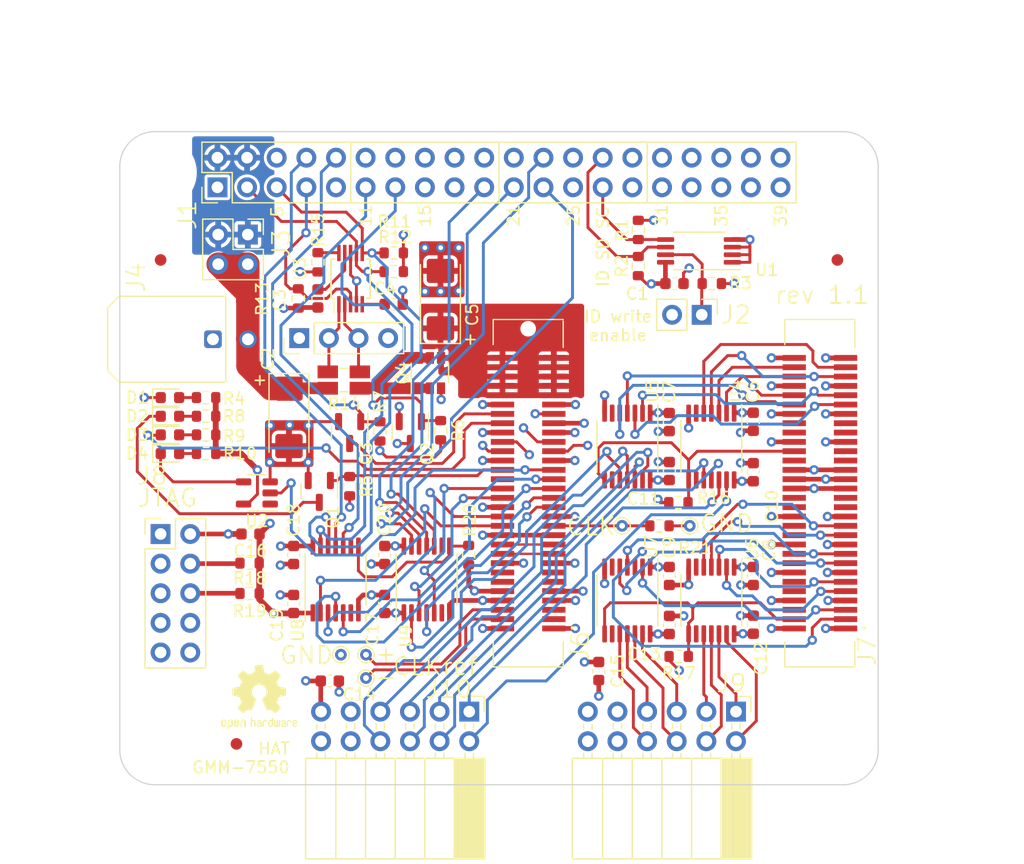
<source format=kicad_pcb>
(kicad_pcb (version 20221018) (generator pcbnew)
  (layers (0 "F.Cu" signal) (1 "In1.Cu" power) (2 "In2.Cu" mixed) (31 "B.Cu" signal) (35 "F.Paste" user) (37 "F.SilkS" user "F.Silkscreen") (38 "B.Mask" user) (39 "F.Mask" user) (44 "Edge.Cuts" user))
  (net 0 "")
  (net 1 "+3V3")
  (net 2 "GND")
  (net 3 "/VF5V")
  (net 4 "Net-(J2-Pad1)")
  (net 5 "+5V")
  (net 7 "/ID_SD")
  (net 10 "/ID_SC")
  (net 22 "/GMM-7550 Power and Control/GMM_VIN")
  (net 23 "Net-(D1-Pad2)")
  (net 24 "Net-(D2-Pad1)")
  (net 25 "Net-(D2-Pad2)")
  (net 26 "/GMM-7550 Power and Control/GMM_NRST")
  (net 27 "Net-(D3-Pad2)")
  (net 28 "Net-(D4-Pad1)")
  (net 29 "Net-(D4-Pad2)")
  (net 30 "Net-(J5-Pad2)")
  (net 31 "Net-(J5-Pad3)")
  (net 38 "Net-(J6-Pad23)")
  (net 40 "Net-(C3-Pad1)")
  (net 41 "Net-(C4-Pad1)")
  (net 42 "/GMM-7550 Power and Control/CFG_DONE")
  (net 43 "VF_OFF")
  (net 44 "/GMM-7550 Power and Control/GMM_NOFF")
  (net 45 "VF_MR")
  (net 46 "/GMM-7550 Power and Control/GMM_NMR")
  (net 47 "Net-(Q4-Pad1)")
  (net 48 "Net-(Q4-Pad3)")
  (net 49 "+2V5")
  (net 50 "VF_SCL")
  (net 51 "VF_SDA")
  (net 52 "VF_ON")
  (net 53 "Net-(R15-Pad2)")
  (net 54 "/GMM-7550 Power and Control/CFG_NFAILED")
  (net 65 "Net-(J9-Pad1)")
  (net 66 "Net-(J9-Pad2)")
  (net 67 "Net-(J9-Pad3)")
  (net 68 "Net-(J9-Pad4)")
  (net 69 "Net-(J9-Pad7)")
  (net 70 "Net-(J9-Pad8)")
  (net 71 "Net-(J9-Pad9)")
  (net 72 "Net-(J9-Pad10)")
  (net 73 "Net-(J10-Pad1)")
  (net 74 "Net-(J10-Pad2)")
  (net 75 "Net-(J10-Pad3)")
  (net 76 "Net-(J10-Pad4)")
  (net 77 "Net-(J10-Pad7)")
  (net 78 "Net-(J10-Pad8)")
  (net 79 "Net-(J10-Pad9)")
  (net 80 "Net-(J10-Pad10)")
  (net 81 "VF_TX")
  (net 82 "VF_RX")
  (net 83 "VF_MOSI")
  (net 84 "VF_MISO")
  (net 85 "VF_SCLK")
  (net 86 "VF_NSS")
  (net 87 "/GMM-7550 Power and Control/TMS")
  (net 88 "/GMM-7550 Power and Control/TCK")
  (net 89 "/GMM-7550 Power and Control/TDO")
  (net 90 "/GMM-7550 Power and Control/TDI")
  (net 91 "/GMM-7550 Power and Control/GMM_SD3")
  (net 92 "/GMM-7550 Power and Control/GMM_SD1")
  (net 93 "/GMM-7550 Power and Control/GMM_SD2")
  (net 94 "/GMM-7550 Power and Control/GMM_NSS")
  (net 95 "/GMM-7550 Power and Control/GMM_SD0")
  (net 96 "/GMM-7550 Power and Control/GMM_SCLK")
  (net 97 "/GMM-7550 Power and Control/GMM_SCL")
  (net 98 "/GMM-7550 Power and Control/GMM_SDA")
  (net 99 "/GMM-7550 Power and Control/SER_N")
  (net 100 "/GMM-7550 Power and Control/SER_P")
  (net 101 "/Pmod/IO_SB_B6")
  (net 102 "/Pmod/IO_SB_A6")
  (net 105 "/Pmod/IO_SB_B8")
  (net 107 "/Pmod/IO_SB_A8")
  (net 109 "/Pmod/IO_SB_B5")
  (net 111 "/Pmod/IO_SB_A5")
  (net 113 "/Pmod/IO_SB_B7")
  (net 115 "/Pmod/IO_SB_A7")
  (net 120 "Net-(J8-Pad6)")
  (net 121 "Net-(J8-Pad4)")
  (net 122 "Net-(R20-Pad2)")
  (net 127 "/Pmod/IO_SB_B3")
  (net 129 "/Pmod/IO_SA_A7")
  (net 136 "/Pmod/IO_SA_B2")
  (net 137 "/Pmod/IO_SA_B3")
  (net 138 "/Pmod/IO_SA_A2")
  (net 139 "/Pmod/IO_SA_A3")
  (net 140 "/Pmod/IO_SA_B1")
  (net 141 "/Pmod/IO_SA_B0")
  (net 142 "/Pmod/IO_SA_A1")
  (net 143 "/Pmod/IO_SA_A0")
  (net 144 "/GMM-7550 Power and Control/CLKI_N")
  (net 145 "/GMM-7550 Power and Control/CLKI_P")
  (footprint "RPi_Hat:RPi_Hat_Mounting_Hole" (layer "F.Cu") (at 131.5 47.5)
    (fp_text reference "MH2" hide)
    (fp_text value "" hide)
  )
  (footprint "RPi_Hat:RPi_Hat_Mounting_Hole" (layer "F.Cu") (at 73.5 47.5)
    (fp_text reference "MH1" hide)
    (fp_text value "" hide)
  )
  (footprint "RPi_Hat:RPi_Hat_Mounting_Hole" (layer "F.Cu") (at 73.5 96.5)
    (fp_text reference "MH4" hide)
    (fp_text value "" hide)
  )
  (footprint "RPi_Hat:RPi_Hat_Mounting_Hole" (layer "F.Cu") (at 131.5 96.5)
    (fp_text reference "MH3" hide)
    (fp_text value "" hide)
  )
  (footprint "Connector_PinHeader_2.54mm:PinHeader_2x20_P2.54mm_Vertical" (layer "F.Cu") (at 78.37 48.77 90)
    (fp_text reference "J1")
    (fp_text value "VisionFive_GPIO")
  )
  (footprint "Resistor_SMD:R_0603_1608Metric" (layer "F.Cu") (at 77.4 71.6 180)
    (fp_text reference "R10")
    (fp_text value "1k")
  )
  (footprint "Capacitor_SMD:C_0603_1608Metric" (layer "F.Cu") (at 81.2 78.5 180)
    (fp_text reference "C16")
    (fp_text value "0.1uF")
  )
  (footprint "TestPoint:TestPoint_THTPad_D1.0mm_Drill0.5mm" (layer "F.Cu") (at 91.1 88.85)
    (fp_text reference "TP3" hide)
    (fp_text value "Ref_CLK")
  )
  (footprint "Connector_PinHeader_2.54mm:PinHeader_1x04_P2.54mm_Vertical" (layer "F.Cu") (at 85.38 61.7 90)
    (fp_text reference "J5" hide)
    (fp_text value "DNI")
  )
  (footprint "Package_SO:TSSOP-14_4.4x5mm_P0.65mm" (layer "F.Cu") (at 88.5 82.4 90)
    (fp_text reference "U8")
    (fp_text value "LSF0204PW")
  )
  (footprint "Capacitor_SMD:C_0603_1608Metric" (layer "F.Cu") (at 88 91.1)
    (fp_text reference "C14")
    (fp_text value "0.1uF")
  )
  (footprint "Resistor_SMD:R_0603_1608Metric" (layer "F.Cu") (at 117.9 89 180)
    (fp_text reference "R17")
    (fp_text value "10k")
  )
  (footprint "Capacitor_SMD:C_0603_1608Metric" (layer "F.Cu") (at 84.9 84.5 90)
    (fp_text reference "C19")
    (fp_text value "0.1uF")
  )
  (footprint "Package_TO_SOT_SMD:SOT-23" (layer "F.Cu") (at 89.7 69.8 -90)
    (fp_text reference "Q3")
    (fp_text value "NX6008NBK")
  )
  (footprint "Resistor_SMD:R_0603_1608Metric" (layer "F.Cu") (at 116.25 77.8)
    (fp_text reference "R21")
    (fp_text value "10k")
  )
  (footprint "LED_SMD:LED_0603_1608Metric" (layer "F.Cu") (at 74.3 71.6)
    (fp_text reference "D4")
    (fp_text value "HSMC-C197")
  )
  (footprint "Fiducial:Fiducial_1mm_Mask2mm" (layer "F.Cu") (at 131.5 55)
    (fp_text reference "FID2" hide)
    (fp_text value "Fiducial")
  )
  (footprint "Fiducial:Fiducial_1mm_Mask2mm" (layer "F.Cu") (at 73.5 55)
    (fp_text reference "FID1" hide)
    (fp_text value "Fiducial")
  )
  (footprint "Capacitor_SMD:C_0603_1608Metric" (layer "F.Cu") (at 124.3 73.2 90)
    (fp_text reference "C10")
    (fp_text value "0.1uF")
  )
  (footprint "Package_SO:TSSOP-14_4.4x5mm_P0.65mm" (layer "F.Cu") (at 120.7 71 -90)
    (fp_text reference "U4")
    (fp_text value "LSF0204PW")
  )
  (footprint "Package_TO_SOT_SMD:SuperSOT-6" (layer "F.Cu") (at 96.58 64.7 90)
    (fp_text reference "Q4")
    (fp_text value "FDC855N")
  )
  (footprint "Resistor_SMD:R_0603_1608Metric" (layer "F.Cu") (at 81.125 81)
    (fp_text reference "R18")
    (fp_text value "0")
  )
  (footprint "Resistor_SMD:R_0603_1608Metric" (layer "F.Cu") (at 77.4 66.8 180)
    (fp_text reference "R4")
    (fp_text value "1k")
  )
  (footprint "Resistor_SMD:R_0603_1608Metric" (layer "F.Cu") (at 120.7375 57.025 180)
    (fp_text reference "R3")
    (fp_text value "1k")
  )
  (footprint "Capacitor_SMD:C_0603_1608Metric" (layer "F.Cu") (at 93.48 58.8)
    (fp_text reference "C4")
    (fp_text value "1.0uF")
  )
  (footprint "Symbol:OSHW-Logo2_7.3x6mm_SilkScreen" (layer "F.Cu") (at 81.95 92.5)
    (fp_text reference "REF**" hide)
    (fp_text value "OSHW-Logo2_7.3x6mm_SilkScreen" hide)
  )
  (footprint "Package_SO:TSSOP-8_4.4x3mm_P0.65mm" (layer "F.Cu") (at 119.6375 54.225 180)
    (fp_text reference "U1")
    (fp_text value "CAT24C32Y")
  )
  (footprint "Resistor_SMD:R_0603_1608Metric" (layer "F.Cu") (at 114.4375 55.525 90)
    (fp_text reference "R2")
    (fp_text value "3.9k")
  )
  (footprint "Capacitor_SMD:C_0603_1608Metric" (layer "F.Cu") (at 92.7 84.5 90)
    (fp_text reference "C17")
    (fp_text value "0.1uF")
  )
  (footprint "Resistor_SMD:R_0603_1608Metric" (layer "F.Cu") (at 89.7 74.4 -90)
    (fp_text reference "R5")
    (fp_text value "10k")
  )
  (footprint "Fiducial:Fiducial_1mm_Mask2mm" (layer "F.Cu") (at 80 96.5)
    (fp_text reference "FID3" hide)
    (fp_text value "Fiducial")
  )
  (footprint "Resistor_SMD:R_0603_1608Metric" (layer "F.Cu") (at 92.3 69.7 90)
    (fp_text reference "R7")
    (fp_text value "10k")
  )
  (footprint "Connector_PinHeader_2.54mm:PinHeader_2x02_P2.54mm_Vertical" (layer "F.Cu") (at 80.975 52.825 -90)
    (fp_text reference "J3")
    (fp_text value "Conn_02x02_Odd_Even")
  )
  (footprint "Resistor_SMD:R_0603_1608Metric" (layer "F.Cu") (at 114.4375 52.425 -90)
    (fp_text reference "R1")
    (fp_text value "3.9k")
  )
  (footprint "Package_SO:TSSOP-14_4.4x5mm_P0.65mm" (layer "F.Cu") (at 120.7 84.2 -90)
    (fp_text reference "U6")
    (fp_text value "LSF0204PW")
  )
  (footprint "Capacitor_SMD:C_0603_1608Metric" (layer "F.Cu") (at 86.98 58.3 -90)
    (fp_text reference "C3")
    (fp_text value "0.1uF")
  )
  (footprint "Capacitor_SMD:C_0603_1608Metric" (layer "F.Cu") (at 111.05 90.25 90)
    (fp_text reference "C15")
    (fp_text value "0.1uF")
  )
  (footprint "Capacitor_Tantalum_SMD:CP_EIA-6032-28_Kemet-C" (layer "F.Cu") (at 97.48 58.4 90)
    (fp_text reference "C5")
    (fp_text value "47uF, 16V")
  )
  (footprint "Resistor_SMD:R_0603_1608Metric" (layer "F.Cu") (at 117.875 75.8 180)
    (fp_text reference "R16")
    (fp_text value "10k")
  )
  (footprint "Capacitor_SMD:C_0603_1608Metric" (layer "F.Cu") (at 117.5375 57.025)
    (fp_text reference "C1")
    (fp_text value "0.1uF")
  )
  (footprint "TestPoint:TestPoint_THTPad_D1.0mm_Drill0.5mm" (layer "F.Cu") (at 113.05 77.8)
    (fp_text reference "TP1" hide)
    (fp_text value "Clock_25MHz")
  )
  (footprint "Capacitor_SMD:C_0603_1608Metric" (layer "F.Cu") (at 92.7 80.3 -90)
    (fp_text reference "C20")
    (fp_text value "0.1uF")
  )
  (footprint "Resistor_SMD:R_Shunt_Ohmite_LVK12" (layer "F.Cu") (at 89.2 65.3 90)
    (fp_text reference "R14")
    (fp_text value "50 mOhm")
  )
  (footprint "Capacitor_SMD:C_0603_1608Metric" (layer "F.Cu") (at 117.1 68.9 -90)
    (fp_text reference "C7")
    (fp_text value "0.1uF")
  )
  (footprint "Package_TO_SOT_SMD:SOT-23" (layer "F.Cu") (at 87.1 74.85 -90)
    (fp_text reference "Q1")
    (fp_text value "NX6008NBK")
  )
  (footprint "Capacitor_SMD:C_0603_1608Metric" (layer "F.Cu") (at 117.1 86.3 90)
    (fp_text reference "C13")
    (fp_text value "0.1uF")
  )
  (footprint "Capacitor_SMD:C_0603_1608Metric" (layer "F.Cu") (at 117.1 73.1 90)
    (fp_text reference "C11")
    (fp_text value "0.1uF")
  )
  (footprint "Resistor_SMD:R_0603_1608Metric" (layer "F.Cu") (at 77.4 70 180)
    (fp_text reference "R9")
    (fp_text value "1k")
  )
  (footprint "Resistor_SMD:R_0603_1608Metric" (layer "F.Cu") (at 86.98 55.2 90)
    (fp_text reference "R15")
    (fp_text value "10")
  )
  (footprint "Resistor_SMD:R_0603_1608Metric" (layer "F.Cu") (at 99.9 80.3 90)
    (fp_text reference "R20")
    (fp_text value "10k")
  )
  (footprint "LED_SMD:LED_0603_1608Metric" (layer "F.Cu") (at 74.3 66.8)
    (fp_text reference "D1")
    (fp_text value "APT1608PGW")
  )
  (footprint "Package_SO:MSOP-10_3x3mm_P0.5mm" (layer "F.Cu") (at 89.78 56.6 90)
    (fp_text reference "U3")
    (fp_text value "ADM1177")
  )
  (footprint "Capacitor_SMD:C_0603_1608Metric" (layer "F.Cu") (at 84.9 80.3 -90)
    (fp_text reference "C18")
    (fp_text value "0.1uF")
  )
  (footprint "Amphenol:10144517-061802LF" (layer "F.Cu") (at 105 75 -90)
    (fp_text reference "J6")
    (fp_text value "10144517-064802LF" hide)
  )
  (footprint "Package_TO_SOT_SMD:SOT-23" (layer "F.Cu") (at 94.9 69.8 -90)
    (fp_text reference "Q2")
    (fp_text value "NX6008NBK")
  )
  (footprint "Resistor_SMD:R_0603_1608Metric" (layer "F.Cu") (at 93.48 56 180)
    (fp_text reference "R12")
    (fp_text value "10k")
  )
  (footprint "Connector_Molex:Molex_Micro-Fit_3.0_43045-0200_2x01_P3.00mm_Horizontal" (layer "F.Cu") (at 77.985 61.8 90)
    (fp_text reference "J4")
    (fp_text value "DNI")
  )
  (footprint "Capacitor_SMD:C_0603_1608Metric" (layer "F.Cu") (at 124.3 68.875 -90)
    (fp_text reference "C6")
    (fp_text value "0.1uF")
  )
  (footprint "LED_SMD:LED_0603_1608Metric" (layer "F.Cu") (at 74.3 70)
    (fp_text reference "D3")
    (fp_text value "HSMA-C197")
  )
  (footprint "TestPoint:TestPoint_THTPad_D1.0mm_Drill0.5mm" (layer "F.Cu") (at 88.95 88.85)
    (fp_text reference "TP4" hide)
    (fp_text value "GND")
  )
  (footprint "Package_TO_SOT_SMD:SOT-23-5" (layer "F.Cu") (at 81.75 74.98 180)
    (fp_text reference "U2")
    (fp_text value "74LVC1G07")
  )
  (footprint "MountingHole:MountingHole_3.2mm_M3_ISO7380" (layer "F.Cu") (at 105 55 90)
    (fp_text reference "MH6" hide)
    (fp_text value "3.2mm")
  )
  (footprint "Resistor_SMD:R_0603_1608Metric" (layer "F.Cu") (at 97.5 69.6 90)
    (fp_text reference "R6")
    (fp_text value "10k")
  )
  (footprint "Package_SO:TSSOP-14_4.4x5mm_P0.65mm" (layer "F.Cu") (at 96.3 82.4 90)
    (fp_text reference "U9")
    (fp_text value "LSF0204PW")
  )
  (footprint "Connector_PinHeader_2.54mm:PinHeader_2x05_P2.54mm_Vertical" (layer "F.Cu") (at 73.5 78.5)
    (fp_text reference "J8")
    (fp_text value "JTAG")
  )
  (footprint "Connector_PinHeader_2.54mm:PinHeader_1x02_P2.54mm_Vertical" (layer "F.Cu") (at 119.875 59.7 -90)
    (fp_text reference "J2")
    (fp_text value "Conn_01x02")
  )
  (footprint "LED_SMD:LED_0603_1608Metric" (layer "F.Cu") (at 74.3 68.4)
    (fp_text reference "D2")
    (fp_text value "APT1608PGW")
  )
  (footprint "Pmod:PmodSocket_2x06_P2.54mm_Horizontal" (layer "F.Cu") (at 99.95 93.73 90)
    (fp_text reference "J10")
    (fp_text value "Pmod 2x6")
  )
  (footprint "TestPoint:TestPoint_THTPad_D1.0mm_Drill0.5mm" (layer "F.Cu") (at 118.85 77.8)
    (fp_text reference "TP5" hide)
    (fp_text value "GND")
  )
  (footprint "Package_SO:TSSOP-14_4.4x5mm_P0.65mm" (layer "F.Cu") (at 113.5 84.2 -90)
    (fp_text reference "U7")
    (fp_text value "LSF0204PW")
  )
  (footprint "Capacitor_SMD:C_0603_1608Metric" (layer "F.Cu") (at 124.3 86.275 90)
    (fp_text reference "C12")
    (fp_text value "0.1uF")
  )
  (footprint "Capacitor_SMD:C_0603_1608Metric" (layer "F.Cu") (at 124.3 82.1 -90)
    (fp_text reference "C8")
    (fp_text value "0.1uF")
  )
  (footprint "Amphenol:10144517-061802LF" (layer "F.Cu") (at 130 75 -90)
    (fp_text reference "J7")
    (fp_text value "10144517-064802LF" hide)
  )
  (footprint "Resistor_SMD:R_0603_1608Metric" (layer "F.Cu") (at 77.4 68.4 180)
    (fp_text reference "R8")
    (fp_text value "1k")
  )
  (footprint "TestPoint:TestPoint_THTPad_D1.0mm_Drill0.5mm" (layer "F.Cu") (at 91.1 90.85)
    (fp_text reference "TP2" hide)
    (fp_text value "Ref_CLK")
  )
  (footprint "MountingHole:MountingHole_3.2mm_M3_ISO7380" (layer "F.Cu") (at 105 95 90)
    (fp_text reference "MH5" hide)
    (fp_text value "3.2mm")
  )
  (footprint "Resistor_SMD:R_0603_1608Metric" (layer "F.Cu") (at 85.3 58.3 -90)
    (fp_text reference "R13")
    (fp_text value "10k")
  )
  (footprint "Package_SO:TSSOP-14_4.4x5mm_P0.65mm" (layer "F.Cu") (at 113.5 71 -90)
    (fp_text reference "U5")
    (fp_text value "LSF0204PW")
  )
  (footprint "Resistor_SMD:R_0603_1608Metric" (layer "F.Cu") (at 93.48 54.4 180)
    (fp_text reference "R11")
    (fp_text value "10k")
  )
  (footprint "Resistor_SMD:R_0603_1608Metric" (layer "F.Cu") (at 81.125 83.6)
    (fp_text reference "R19")
    (fp_text value "DNI")
  )
  (footprint "Pmod:PmodSocket_2x06_P2.54mm_Horizontal" (layer "F.Cu") (at 122.81 93.73 90)
    (fp_text reference "J9")
    (fp_text value "Pmod 2x6")
  )
  (footprint "Capacitor_SMD:C_0603_1608Metric" (layer "F.Cu") (at 117.1 82.1 -90)
    (fp_text reference "C9")
    (fp_text value "0.1uF")
  )
  (footprint "Capacitor_Tantalum_SMD:CP_EIA-6032-28_Kemet-C" (layer "F.Cu") (at 84.5 68.5 -90)
    (fp_text reference "C2")
    (fp_text value "47uF, 16V")
  )
  (gr_line (start 115.2 50.1) (end 115.2 44.9) (stroke (width 0.12)) (layer "F.SilkS"))
  (gr_line (start 102.5 50.1) (end 102.5 44.9) (stroke (width 0.12)) (layer "F.SilkS"))
  (gr_line (start 89.8 50.1) (end 89.8 44.9) (stroke (width 0.12)) (layer "F.SilkS"))
  (gr_arc (start 73 100) (mid 70.87868 99.12132) (end 70 97) (stroke (width 0.1)) (layer "Edge.Cuts"))
  (gr_arc (start 135 97) (mid 134.12132 99.12132) (end 132 100) (stroke (width 0.1)) (layer "Edge.Cuts"))
  (gr_arc (start 70 47) (mid 70.87868 44.87868) (end 73 44) (stroke (width 0.1)) (layer "Edge.Cuts"))
  (gr_line (start 73 44) (end 132 44) (stroke (width 0.1)) (layer "Edge.Cuts"))
  (gr_arc (start 132 44) (mid 134.12132 44.87868) (end 135 47) (stroke (width 0.1)) (layer "Edge.Cuts"))
  (gr_line (start 73 100) (end 132 100) (stroke (width 0.1)) (layer "Edge.Cuts"))
  (gr_line (start 70 47) (end 70 97) (stroke (width 0.1)) (layer "Edge.Cuts"))
  (gr_line (start 135 47) (end 135 97) (stroke (width 0.1)) (layer "Edge.Cuts"))
  (gr_text "+" (at 82 65.25) (layer "F.SilkS") (effects (font (size 1 1))))
  (gr_text "39" (at 126.65 51.2 90) (layer "F.SilkS") (effects (font (size 1 1))))
  (gr_text "ID write\nenable" (at 112.7 60.65) (layer "F.SilkS") (effects (font (size 1 1))))
  (gr_text "+" (at 92.8 88.75) (layer "F.SilkS") (effects (font (size 1.5 1.5))))
  (gr_text "ID SD SC" (at 111.4 53.85 90) (layer "F.SilkS") (effects (font (size 1 1))))
  (gr_text "CLKref" (at 97.05 89.85) (layer "F.SilkS") (effects (font (size 1.5 1.5))))
  (gr_text "11" (at 91.1 51.2 90) (layer "F.SilkS") (effects (font (size 1 1))))
  (gr_text "21" (at 103.75 51.2 90) (layer "F.SilkS") (effects (font (size 1 1))))
  (gr_text "GND" (at 122 77.6) (layer "F.SilkS") (effects (font (size 1.5 1.5))))
  (gr_text "+" (at 100.05 61.75) (layer "F.SilkS") (effects (font (size 1 1))))
  (gr_text "GND" (at 86 88.9) (layer "F.SilkS") (effects (font (size 1.5 1.5))))
  (gr_text "rev 1.1" (at 130.2 58) (layer "F.SilkS") (effects (font (size 1.5 1.5))))
  (gr_text "15" (at 96.15 51.2 90) (layer "F.SilkS") (effects (font (size 1 1))))
  (gr_text "31" (at 116.45 51.2 90) (layer "F.SilkS") (effects (font (size 1 1))))
  (gr_text "JTAG" (at 74.1 75.4) (layer "F.SilkS") (effects (font (size 1.5 1.5))))
  (gr_text "25" (at 108.9 51.2 90) (layer "F.SilkS") (effects (font (size 1 1))))
  (gr_text "CLK" (at 110.4 77.85) (layer "F.SilkS") (effects (font (size 1.5 1.5))))
  (gr_text "-" (at 92.8 90.75) (layer "F.SilkS") (effects (font (size 1.5 1.5))))
  (gr_text "35" (at 121.55 51.2 90) (layer "F.SilkS") (effects (font (size 1 1))))
  (gr_text "5" (at 83.5 50.85 90) (layer "F.SilkS") (effects (font (size 1 1))))
  (gr_text "HAT\nGMM-7550" (at 84.65 97.7) (layer "F.SilkS") (effects (font (size 1 1)) (justify right)))
  (segment (start 116.7625 57.025) (end 116.7625 55.2125) (width 0.4) (layer "F.Cu") (net 1))
  (segment (start 115.15 57.05) (end 115.55 57.05) (width 0.25) (layer "F.Cu") (net 1))
  (segment (start 124.3 87.05) (end 123.4 87.05) (width 0.4) (layer "F.Cu") (net 1))
  (segment (start 114.4375 51.6) (end 115.75 51.6) (width 0.25) (layer "F.Cu") (net 1))
  (segment (start 84.9 79.525) (end 86.5375 79.525) (width 0.4) (layer "F.Cu") (net 1))
  (segment (start 92.29 71.35) (end 92.84 71.9) (width 0.25) (layer "F.Cu") (net 1))
  (segment (start 111.05 91.025) (end 111.05 92.4) (width 0.4) (layer "F.Cu") (net 1))
  (segment (start 83.805 79.525) (end 83.79 79.54) (width 0.4) (layer "F.Cu") (net 1))
  (segment (start 93.605 79.525) (end 94.3375 79.525) (width 0.4) (layer "F.Cu") (net 1))
  (segment (start 115.4625 73.875) (end 115.45 73.8625) (width 0.4) (layer "F.Cu") (net 1))
  (segment (start 114.45 56.35) (end 115.15 57.05) (width 0.25) (layer "F.Cu") (net 1))
  (segment (start 94.305 54.4) (end 94.305 52.855) (width 0.25) (layer "F.Cu") (net 1))
  (segment (start 116.125 73.875) (end 115.4625 73.875) (width 0.4) (layer "F.Cu") (net 1))
  (segment (start 92.3 70.525) (end 92.3 71.34) (width 0.25) (layer "F.Cu") (net 1))
  (segment (start 121.5625 57.025) (end 122.625 57.025) (width 0.25) (layer "F.Cu") (net 1))
  (segment (start 87.225 91.1) (end 85.95 91.1) (width 0.4) (layer "F.Cu") (net 1))
  (segment (start 92.7 79.525) (end 93.605 79.525) (width 0.4) (layer "F.Cu") (net 1))
  (segment (start 94.305 56) (end 94.305 54.4) (width 0.25) (layer "F.Cu") (net 1))
  (segment (start 97 71.9) (end 97.5 71.4) (width 0.25) (layer "F.Cu") (net 1))
  (segment (start 122.6625 87.05) (end 122.65 87.0625) (width 0.4) (layer "F.Cu") (net 1))
  (segment (start 84.9 79.525) (end 83.805 79.525) (width 0.4) (layer "F.Cu") (net 1))
  (segment (start 115.575 57.025) (end 115.55 57.05) (width 0.4) (layer "F.Cu") (net 1))
  (segment (start 122.7625 73.975) (end 122.65 73.8625) (width 0.4) (layer "F.Cu") (net 1))
  (segment (start 92.84 71.9) (end 97 71.9) (width 0.25) (layer "F.Cu") (net 1))
  (segment (start 116.125 87.075) (end 115.4625 87.075) (width 0.4) (layer "F.Cu") (net 1))
  (segment (start 87.225 91.1) (end 87.225 93.705) (width 0.4) (layer "F.Cu") (net 1))
  (segment (start 114.4375 56.35) (end 114.45 56.35) (width 0.25) (layer "F.Cu") (net 1))
  (segment (start 94.3375 79.525) (end 94.35 79.5375) (width 0.4) (layer "F.Cu") (net 1))
  (segment (start 116.7625 57.025) (end 115.575 57.025) (width 0.4) (layer "F.Cu") (net 1))
  (segment (start 122.625 57.025) (end 122.65 57) (width 0.25) (layer "F.Cu") (net 1))
  (segment (start 124.3 73.975) (end 123.325 73.975) (width 0.4) (layer "F.Cu") (net 1))
  (segment (start 85.95 91.1) (end 85.94 91.09) (width 0.4) (layer "F.Cu") (net 1))
  (segment (start 92.3 71.34) (end 92.29 71.35) (width 0.25) (layer "F.Cu") (net 1))
  (segment (start 123.325 73.975) (end 122.7625 73.975) (width 0.4) (layer "F.Cu") (net 1))
  (segment (start 115.4625 87.075) (end 115.45 87.0625) (width 0.4) (layer "F.Cu") (net 1))
  (segment (start 86.5375 79.525) (end 86.55 79.5375) (width 0.4) (layer "F.Cu") (net 1))
  (segment (start 97.5 71.4) (end 97.5 70.425) (width 0.25) (layer "F.Cu") (net 1))
  (segment (start 123.4 87.05) (end 122.6625 87.05) (width 0.4) (layer "F.Cu") (net 1))
  (segment (start 117.1 87.075) (end 116.125 87.075) (width 0.4) (layer "F.Cu") (net 1))
  (segment (start 117.1 73.875) (end 116.125 73.875) (width 0.4) (layer "F.Cu") (net 1))
  (segment (start 87.225 93.705) (end 87.25 93.73) (width 0.4) (layer "F.Cu") (net 1))
  (segment (start 116.7625 55.2125) (end 116.775 55.2) (width 0.25) (layer "F.Cu") (net 1))
  (via (at 116.125 73.875) (size 0.8) (drill 0.4) (layers "F.Cu" "B.Cu") (net 1))
  (via (at 92.29 71.35) (size 0.8) (drill 0.4) (layers "F.Cu" "B.Cu") (net 1))
  (via (at 94.305 52.855) (size 0.8) (drill 0.4) (layers "F.Cu" "B.Cu") (net 1))
  (via (at 123.325 73.975) (size 0.8) (drill 0.4) (layers "F.Cu" "B.Cu") (net 1))
  (via (at 123.4 87.05) (size 0.8) (drill 0.4) (layers "F.Cu" "B.Cu") (net 1))
  (via (at 116.125 87.075) (size 0.8) (drill 0.4) (layers "F.Cu" "B.Cu") (net 1))
  (via (at 115.75 51.6) (size 0.8) (drill 0.4) (layers "F.Cu" "B.Cu") (net 1))
  (via (at 111.05 92.4) (size 0.8) (drill 0.4) (layers "F.Cu" "B.Cu") (net 1))
  (via (at 93.605 79.525) (size 0.8) (drill 0.4) (layers "F.Cu" "B.Cu") (net 1))
  (via (at 122.65 57) (size 0.8) (drill 0.4) (layers "F.Cu" "B.Cu") (net 1))
  (via (at 85.94 91.09) (size 0.8) (drill 0.4) (layers "F.Cu" "B.Cu") (net 1))
  (via (at 83.79 79.54) (size 0.8) (drill 0.4) (layers "F.Cu" "B.Cu") (net 1))
  (via (at 115.55 57.05) (size 0.8) (drill 0.4) (layers "F.Cu" "B.Cu") (net 1))
  (segment (start 98.25 84.55) (end 98.25 85.2625) (width 0.4) (layer "F.Cu") (net 2))
  (segment (start 117.05 75.8) (end 116.3 75.8) (width 0.3) (layer "F.Cu") (net 2))
  (segment (start 83.765 81.075) (end 83.76 81.08) (width 0.4) (layer "F.Cu") (net 2))
  (segment (start 84.05 59.15) (end 84.075 59.125) (width 0.4) (layer "F.Cu") (net 2))
  (segment (start 130.65 79.4) (end 132.2 79.4) (width 0.4) (layer "F.Cu") (net 2))
  (segment (start 127.8 65.8) (end 125.85 65.8) (width 0.4) (layer "F.Cu") (net 2))
  (segment (start 107.2 78.6) (end 102.8 78.6) (width 0.4) (layer "F.Cu") (net 2))
  (segment (start 84.9 81.075) (end 83.765 81.075) (width 0.4) (layer "F.Cu") (net 2))
  (segment (start 132.2 81.8) (end 130.65 81.8) (width 0.4) (layer "F.Cu") (net 2))
  (segment (start 118.3125 56.1125) (end 118.3125 57.025) (width 0.25) (layer "F.Cu") (net 2))
  (segment (start 94.255 58.8) (end 94.255 57.755) (width 0.25) (layer "F.Cu") (net 2))
  (segment (start 118.75 82.85) (end 118.75 81.3375) (width 0.4) (layer "F.Cu") (net 2))
  (segment (start 102.8 78.6) (end 101.1 78.6) (width 0.4) (layer "F.Cu") (net 2))
  (segment (start 93.95 68.8625) (end 93.95 67.560011) (width 0.25) (layer "F.Cu") (net 2))
  (segment (start 118.8 55.7) (end 118.3125 56.1125) (width 0.25) (layer "F.Cu") (net 2))
  (segment (start 118.75 68.1375) (end 118.75 69.4) (width 0.4) (layer "F.Cu") (net 2))
  (segment (start 107.2 69.8) (end 109 69.8) (width 0.4) (layer "F.Cu") (net 2))
  (segment (start 102.8 84.2) (end 101.1 84.2) (width 0.4) (layer "F.Cu") (net 2))
  (segment (start 89.78 56.28) (end 90.3 56.8) (width 0.25) (layer "F.Cu") (net 2))
  (segment (start 127.8 68.2) (end 125.85 68.2) (width 0.4) (layer "F.Cu") (net 2))
  (segment (start 83.765 81.085) (end 83.765 81.1745) (width 0.4) (layer "F.Cu") (net 2))
  (segment (start 116.175 72.325) (end 116.15 72.3) (width 0.4) (layer "F.Cu") (net 2))
  (segment (start 124 53.25) (end 124 53.9) (width 0.25) (layer "F.Cu") (net 2))
  (segment (start 102.8 72.2) (end 101.1 72.2) (width 0.4) (layer "F.Cu") (net 2))
  (segment (start 127.8 84.2) (end 125.85 84.2) (width 0.4) (layer "F.Cu") (net 2))
  (segment (start 107.2 84.2) (end 109.05 84.2) (width 0.4) (layer "F.Cu") (net 2))
  (segment (start 90.855 83.725) (end 90.45 84.13) (width 0.4) (layer "F.Cu") (net 2))
  (segment (start 88.775 92.025) (end 88.8 92.05) (width 0.4) (layer "F.Cu") (net 2))
  (segment (start 107.2 72.2) (end 109 72.2) (width 0.4) (layer "F.Cu") (net 2))
  (segment (start 124.3 69.65) (end 123.35 69.65) (width 0.4) (layer "F.Cu") (net 2))
  (segment (start 82.8875 74.03) (end 82.8875 72.3875) (width 0.25) (layer "F.Cu") (net 2))
  (segment (start 122.5 53.9) (end 124 53.9) (width 0.25) (layer "F.Cu") (net 2))
  (segment (start 117.1 82.875) (end 118.725 82.875) (width 0.4) (layer "F.Cu") (net 2))
  (segment (start 86.4875 68.8625) (end 86.15 69.2) (width 0.25) (layer "F.Cu") (net 2))
  (segment (start 117.1 72.325) (end 116.175 72.325) (width 0.4) (layer "F.Cu") (net 2))
  (segment (start 88.75 68.8625) (end 86.4875 68.8625) (width 0.25) (layer "F.Cu") (net 2))
  (segment (start 117.075 89) (end 117.075 89.325) (width 0.25) (layer "F.Cu") (net 2))
  (segment (start 116.175 69.675) (end 116.15 69.7) (width 0.4) (layer "F.Cu") (net 2))
  (segment (start 101.1 84.2) (end 98.6 84.2) (width 0.4) (layer "F.Cu") (net 2))
  (segment (start 107.2 81) (end 109 81) (width 0.4) (layer "F.Cu") (net 2))
  (segment (start 118.725 82.875) (end 118.75 82.85) (width 0.4) (layer "F.Cu") (net 2))
  (segment (start 127.8 86.6) (end 125.85 86.6) (width 0.4) (layer "F.Cu") (net 2))
  (segment (start 132.2 68.2) (end 130.5 68.2) (width 0.4) (layer "F.Cu") (net 2))
  (segment (start 124.3 72.425) (end 123.225 72.425) (width 0.4) (layer "F.Cu") (net 2))
  (segment (start 132.2 86.6) (end 130.5 86.6) (width 0.4) (layer "F.Cu") (net 2))
  (segment (start 122.5 53.25) (end 124 53.25) (width 0.4) (layer "F.Cu") (net 2))
  (segment (start 107.2 86.6) (end 109.05 86.6) (width 0.4) (layer "F.Cu") (net 2))
  (segment (start 117.1 69.675) (end 116.175 69.675) (width 0.4) (layer "F.Cu") (net 2))
  (segment (start 83.76 81.08) (end 83.765 81.085) (width 0.4) (layer "F.Cu") (net 2))
  (segment (start 102.8 81) (end 104.6 81) (width 0.4) (layer "F.Cu") (net 2))
  (segment (start 102.8 76.2) (end 101.1 76.2) (width 0.4) (layer "F.Cu") (net 2))
  (segment (start 127.8 79.4) (end 125.85 79.4) (width 0.4) (layer "F.Cu") (net 2))
  (segment (start 90.28 56.82) (end 90.3 56.8) (width 0.25) (layer "F.Cu") (net 2))
  (segment (start 94.255 57.755) (end 94.25 57.75) (width 0.25) (layer "F.Cu") (net 2))
  (segment (start 116.125 75.625) (end 116.125 75.5255) (width 0.25) (layer "F.Cu") (net 2))
  (segment (start 92.7 81.075) (end 91.555 81.075) (width 0.4) (layer "F.Cu") (net 2))
  (segment (start 132.2 63.4) (end 130.5 63.4) (width 0.4) (layer "F.Cu") (net 2))
  (segment (start 107.2 67.4) (end 109.05 67.4) (width 0.4) (layer "F.Cu") (net 2))
  (segment (start 123.225 72.425) (end 123.2 72.4) (width 0.4) (layer "F.Cu") (net 2))
  (segment (start 117.075 89.325) (end 117.95 90.2) (width 0.25) (layer "F.Cu") (net 2))
  (segment (start 94.25 57.75) (end 94.25 57.6) (width 0.25) (layer "F.Cu") (net 2))
  (segment (start 117.075 77.8) (end 118.85 77.8) (width 0.25) (layer "F.Cu") (net 2))
  (segment (start 111.55 81.3375) (end 111.55 82.75) (width 0.4) (layer "F.Cu") (net 2))
  (segment (start 116.3 75.8) (end 116.125 75.625) (width 0.3) (layer "F.Cu") (net 2))
  (segment (start 127.8 77) (end 125.85 77) (width 0.4) (layer "F.Cu") (net 2))
  (segment (start 124 55.2) (end 124 54.55) (width 0.25) (layer "F.Cu") (net 2))
  (segment (start 90.45 84.13) (end 90.45 85.2625) (width 0.4) (layer "F.Cu") (net 2))
  (segment (start 98.6 84.2) (end 98.25 84.55) (width 0.4) (layer "F.Cu") (net 2))
  (segment (start 127.8 70.6) (end 125.85 70.6) (width 0.4) (layer "F.Cu") (net 2))
  (segment (start 107.2 77) (end 109 77) (width 0.4) (layer "F.Cu") (net 2))
  (segment (start 73.5125 66.8) (end 72.1 66.8) (width 0.25) (layer "F.Cu") (net 2))
  (segment (start 132.2 77) (end 130.65 77) (width 0.4) (layer "F.Cu") (net 2))
  (segment (start 93.95 67.560011) (end 93.950011 67.56) (width 0.25) (layer "F.Cu") (net 2))
  (segment (start 101.1 67.4) (end 102.8 67.4) (width 0.4) (layer "F.Cu") (net 2))
  (segment (start 76.04 78.5) (end 79.3 78.5) (width 0.4) (layer "F.Cu") (net 2))
  (segment (start 111.05 89.475) (end 109.825 89.475) (width 0.4) (layer "F.Cu") (net 2))
  (segment (start 132.2 65.8) (end 130.5 65.8) (width 0.4) (layer "F.Cu") (net 2))
  (segment (start 90.28 58.8) (end 90.28 56.82) (width 0.25) (layer "F.Cu") (net 2))
  (segment (start 88.775 91.1) (end 88.775 92.025) (width 0.4) (layer "F.Cu") (net 2))
  (segment (start 111.55 68.1375) (end 111.55 66.6) (width 0.4) (layer "F.Cu") (net 2))
  (segment (start 102.8 86.6) (end 101.1 86.6) (width 0.4) (layer "F.Cu") (net 2))
  (segment (start 132.2 70.6) (end 130.5 70.6) (width 0.4) (layer "F.Cu") (net 2))
  (segment (start 127.8 81.8) (end 125.85 81.8) (width 0.4) (layer "F.Cu") (net 2))
  (segment (start 89.7 75.225) (end 89.7 76.2) (width 0.25) (layer "F.Cu") (net 2))
  (segment (start 86.15 73.9125) (end 86.15 72.35) (width 0.25) (layer "F.Cu") (net 2))
  (segment (start 91.575 83.725) (end 90.855 83.725) (width 0.4) (layer "F.Cu") (net 2))
  (segment (start 84.075 59.125) (end 85.3 59.125) (width 0.4) (layer "F.Cu") (net 2))
  (segment (start 80.425 78.5) (end 79.3 78.5) (width 0.5) (layer "F.Cu") (net 2))
  (segment (start 84.9 83.725) (end 83.755 83.725) (width 0.4) (layer "F.Cu") (net 2))
  (segment (start 92.7 83.725) (end 91.575 83.725) (width 0.4) (layer "F.Cu") (net 2))
  (segment (start 85.35 59.075) (end 85.3 59.125) (width 0.4) (layer "F.Cu") (net 2))
  (segment (start 132.2 84.2) (end 130.7 84.2) (width 0.4) (layer "F.Cu") (net 2))
  (segment (start 124 54.55) (end 122.5 54.55) (width 0.25) (layer "F.Cu") (net 2))
  (segment (start 86.98 59.075) (end 85.35 59.075) (width 0.4) (layer "F.Cu") (net 2))
  (segment (start 89.78 54.4) (end 89.78 56.28) (width 0.25) (layer "F.Cu") (net 2))
  (segment (start 117.1 85.525) (end 118.325 85.525) (width 0.4) (layer "F.Cu") (net 2))
  (segment (start 124 53.9) (end 124 54.55) (width 0.25) (layer "F.Cu") (net 2))
  (segment (start 123.35 69.65) (end 123.2 69.8) (width 0.4) (layer "F.Cu") (net 2))
  (segment (start 122.5 55.2) (end 124 55.2) (width 0.25) (layer "F.Cu") (net 2))
  (segment (start 124.3 85.5) (end 123.2 85.5) (width 0.4) (layer "F.Cu") (net 2))
  (segment (start 127.8 63.4) (end 125.85 63.4) (width 0.4) (layer "F.Cu") (net 2))
  (segment (start 124.3 82.875) (end 123.225 82.875) (width 0.4) (layer "F.Cu") (net 2))
  (segment (start 82.8875 72.3875) (end 82.85 72.35) (width 0.25) (layer "F.Cu") (net 2))
  (segment (start 102.8 69.8) (end 101.1 69.8) (width 0.4) (layer "F.Cu") (net 2))
  (via (at 118.75 69.4) (size 0.8) (drill 0.4) (layers "F.Cu" "B.Cu") (net 2))
  (via (at 91.555 81.075) (size 0.8) (drill 0.4) (layers "F.Cu" "B.Cu") (net 2))
  (via (at 109 69.8) (size 0.8) (drill 0.4) (layers "F.Cu" "B.Cu") (net 2))
  (via (at 79.3 78.5) (size 0.8) (drill 0.4) (layers "F.Cu" "B.Cu") (net 2))
  (via (at 97.5 57.7) (size 0.8) (drill 0.4) (layers "F.Cu" "B.Cu") (net 2))
  (via (at 109.05 86.6) (size 0.8) (drill 0.4) (layers "F.Cu" "B.Cu") (net 2))
  (via (at 125.85 77) (size 0.8) (drill 0.4) (layers "F.Cu" "B.Cu") (net 2))
  (via (at 101.1 67.4) (size 0.8) (drill 0.4) (layers "F.Cu" "B.Cu") (net 2))
  (via (at 101.1 86.6) (size 0.8) (drill 0.4) (layers "F.Cu" "B.Cu") (net 2))
  (via (at 101.1 84.2) (size 0.8) (drill 0.4) (layers "F.Cu" "B.Cu") (net 2))
  (via (at 109 81) (size 0.8) (drill 0.4) (layers "F.Cu" "B.Cu") (net 2))
  (via (at 116.15 72.3) (size 0.8) (drill 0.4) (layers "F.Cu" "B.Cu") (net 2))
  (via (at 104.6 81) (size 0.8) (drill 0.4) (layers "F.Cu" "B.Cu") (net 2))
  (via (at 109.05 67.4) (size 0.8) (drill 0.4) (layers "F.Cu" "B.Cu") (net 2))
  (via (at 123.2 72.4) (size 0.8) (drill 0.4) (layers "F.Cu" "B.Cu") (net 2))
  (via (at 86.15 72.35) (size 0.8) (drill 0.4) (layers "F.Cu" "B.Cu") (net 2))
  (via (at 83.755 83.725) (size 0.8) (drill 0.4) (layers "F.Cu" "B.Cu") (net 2))
  (via (at 89.7 76.2) (size 0.8) (drill 0.4) (layers "F.Cu" "B.Cu") (net 2))
  (via (at 84.55 69.15) (size 0.8) (drill 0.4) (layers "F.Cu" "B.Cu") (net 2))
  (via (at 82.9 69.2) (size 0.8) (drill 0.4) (layers "F.Cu" "B.Cu") (net 2))
  (via (at 84.05 59.15) (size 0.8) (drill 0.4) (layers "F.Cu" "B.Cu") (net 2))
  (via (at 94.25 57.6) (size 0.8) (drill 0.4) (layers "F.Cu" "B.Cu") (net 2))
  (via (at 72.1 66.8) (size 0.8) (drill 0.4) (layers "F.Cu" "B.Cu") (net 2))
  (via (at 90.3 56.8) (size 0.8) (drill 0.4) (layers "F.Cu" "B.Cu") (net 2))
  (via (at 130.5 86.6) (size 0.8) (drill 0.4) (layers "F.Cu" "B.Cu") (net 2))
  (via (at 101.1 76.2) (size 0.8) (drill 0.4) (layers "F.Cu" "B.Cu") (net 2))
  (via (at 130.5 63.4) (size 0.8) (drill 0.4) (layers "F.Cu" "B.Cu") (net 2))
  (via (at 101.1 78.6) (size 0.8) (drill 0.4) (layers "F.Cu" "B.Cu") (net 2))
  (via (at 83.765 81.1745) (size 0.8) (drill 0.4) (layers "F.Cu" "B.Cu") (net 2))
  (via (at 117.95 90.2) (size 0.8) (drill 0.4) (layers "F.Cu" "B.Cu") (net 2))
  (via (at 86.15 69.2) (size 0.8) (drill 0.4) (layers "F.Cu" "B.Cu") (net 2))
  (via (at 125.85 84.2) (size 0.8) (drill 0.4) (layers "F.Cu" "B.Cu") (net 2))
  (via (at 93.950011 67.56) (size 0.8) (drill 0.4) (layers "F.Cu" "B.Cu") (net 2))
  (via (at 130.5 65.8) (size 0.8) (drill 0.4) (layers "F.Cu" "B.Cu") (net 2))
  (via (at 109 77) (size 0.8) (drill 0.4) (layers "F.Cu" "B.Cu") (net 2))
  (via (at 130.5 68.2) (size 0.8) (drill 0.4) (layers "F.Cu" "B.Cu") (net 2))
  (via (at 99.05 57.65) (size 0.8) (drill 0.4) (layers "F.Cu" "B.Cu") (net 2))
  (via (at 116.15 69.7) (size 0.8) (drill 0.4) (layers "F.Cu" "B.Cu") (net 2))
  (via (at 125.85 65.8) (size 0.8) (drill 0.4) (layers "F.Cu" "B.Cu") (net 2))
  (via (at 125.85 79.4) (size 0.8) (drill 0.4) (layers "F.Cu" "B.Cu") (net 2))
  (via (at 125.85 68.2) (size 0.8) (drill 0.4) (layers "F.Cu" "B.Cu") (net 2))
  (via (at 123.2 69.8) (size 0.8) (drill 0.4) (layers "F.Cu" "B.Cu") (net 2))
  (via (at 109.825 89.475) (size 0.8) (drill 0.4) (layers "F.Cu" "B.Cu") (net 2))
  (via (at 130.65 79.4) (size 0.8) (drill 0.4) (layers "F.Cu" "B.Cu") (net 2))
  (via (at 111.55 66.6) (size 0.8) (drill 0.4) (layers "F.Cu" "B.Cu") (net 2))
  (via (at 101.1 69.8) (size 0.8) (drill 0.4) (layers "F.Cu" "B.Cu") (net 2))
  (via (at 96.15 53.95) (size 0.8) (drill 0.4) (layers "F.Cu" "B.Cu") (net 2))
  (via (at 111.55 82.75) (size 0.8) (drill 0.4) (layers "F.Cu" "B.Cu") (net 2))
  (via (at 101.1 72.2) (size 0.8) (drill 0.4) (layers "F.Cu" "B.Cu") (net 2))
  (via (at 130.7 84.2) (size 0.8) (drill 0.4) (layers "F.Cu" "B.Cu") (net 2))
  (via (at 109 72.2) (size 0.8) (drill 0.4) (layers "F.Cu" "B.Cu") (net 2))
  (via (at 118.8 55.7) (size 0.8) (drill 0.4) (layers "F.Cu" "B.Cu") (net 2))
  (via (at 118.325 85.525) (size 0.8) (drill 0.4) (layers "F.Cu" "B.Cu") (net 2))
  (via (at 125.85 70.6) (size 0.8) (drill 0.4) (layers "F.Cu" "B.Cu") (net 2))
  (via (at 125.85 63.4) (size 0.8) (drill 0.4) (layers "F.Cu" "B.Cu") (net 2))
  (via (at 125.85 81.8) (size 0.8) (drill 0.4) (layers "F.Cu" "B.Cu") (net 2))
  (via (at 124 53.25) (size 0.8) (drill 0.4) (layers "F.Cu" "B.Cu") (net 2))
  (via (at 88.8 92.05) (size 0.8) (drill 0.4) (layers "F.Cu" "B.Cu") (net 2))
  (via (at 125.85 86.6) (size 0.8) (drill 0.4) (layers "F.Cu" "B.Cu") (net 2))
  (via (at 123.2 85.5) (size 0.8) (drill 0.4) (layers "F.Cu" "B.Cu") (net 2))
  (via (at 109.05 84.2) (size 0.8) (drill 0.4) (layers "F.Cu" "B.Cu") (net 2))
  (via (at 96.15 57.7) (size 0.8) (drill 0.4) (layers "F.Cu" "B.Cu") (net 2))
  (via (at 130.65 81.8) (size 0.8) (drill 0.4) (layers "F.Cu" "B.Cu") (net 2))
  (via (at 99.05 53.95) (size 0.8) (drill 0.4) (layers "F.Cu" "B.Cu") (net 2))
  (via (at 130.5 70.6) (size 0.8) (drill 0.4) (layers "F.Cu" "B.Cu") (net 2))
  (via (at 97.5 53.95) (size 0.8) (drill 0.4) (layers "F.Cu" "B.Cu") (net 2))
  (via (at 123.225 82.875) (size 0.8) (drill 0.4) (layers "F.Cu" "B.Cu") (net 2))
  (via (at 116.125 75.5255) (size 0.8) (drill 0.4) (layers "F.Cu" "B.Cu") (net 2))
  (via (at 130.65 77) (size 0.8) (drill 0.4) (layers "F.Cu" "B.Cu") (net 2))
  (via (at 91.575 83.725) (size 0.8) (drill 0.4) (layers "F.Cu" "B.Cu") (net 2))
  (via (at 118.75 82.85) (size 0.8) (drill 0.4) (layers "F.Cu" "B.Cu") (net 2))
  (via (at 82.85 72.35) (size 0.8) (drill 0.4) (layers "F.Cu" "B.Cu") (net 2))
  (segment (start 119.9125 55.3625) (end 119.9125 57.025) (width 0.25) (layer "F.Cu") (net 4))
  (segment (start 119.875 57.0625) (end 119.9125 57.025) (width 0.25) (layer "F.Cu") (net 4))
  (segment (start 116.775 54.55) (end 119.1 54.55) (width 0.25) (layer "F.Cu") (net 4))
  (segment (start 119.875 59.7) (end 119.875 57.0625) (width 0.25) (layer "F.Cu") (net 4))
  (segment (start 119.1 54.55) (end 119.9125 55.3625) (width 0.25) (layer "F.Cu") (net 4))
  (segment (start 80.975 61.79) (end 80.985 61.8) (width 2) (layer "F.Cu") (net 5))
  (segment (start 80.985 61.8) (end 80.985 64.085) (width 2) (layer "F.Cu") (net 5))
  (segment (start 80.985 64.085) (end 82.9375 66.0375) (width 2) (layer "F.Cu") (net 5))
  (segment (start 78.435 55.365) (end 80.975 57.905) (width 2) (layer "F.Cu") (net 5))
  (segment (start 82.9375 66.0375) (end 84.5 66.0375) (width 2) (layer "F.Cu") (net 5))
  (segment (start 80.975 58.525) (end 80.975 61.79) (width 2) (layer "F.Cu") (net 5))
  (segment (start 84.5375 66) (end 84.5 66.0375) (width 1) (layer "F.Cu") (net 5))
  (segment (start 78.435 55.365) (end 80.975 55.365) (width 2) (layer "F.Cu") (net 5))
  (segment (start 80.975 57.905) (end 80.975 58.525) (width 2) (layer "F.Cu") (net 5))
  (segment (start 87.825 66) (end 84.5375 66) (width 1) (layer "F.Cu") (net 5))
  (segment (start 80.975 55.365) (end 80.975 58.525) (width 2) (layer "F.Cu") (net 5))
  (segment (start 113.45 53.25) (end 114.4375 53.25) (width 0.25) (layer "F.Cu") (net 7))
  (segment (start 111.39 48.77) (end 111.39 51.19) (width 0.25) (layer "F.Cu") (net 7))
  (segment (start 114.4375 53.25) (end 116.775 53.25) (width 0.25) (layer "F.Cu") (net 7))
  (segment (start 111.39 51.19) (end 113.45 53.25) (width 0.25) (layer "F.Cu") (net 7))
  (segment (start 114.45 54.7) (end 115.25 53.9) (width 0.25) (layer "F.Cu") (net 10))
  (segment (start 115.25 53.9) (end 116.775 53.9) (width 0.25) (layer "F.Cu") (net 10))
  (segment (start 112.6 54.7) (end 110.12 52.22) (width 0.25) (layer "F.Cu") (net 10))
  (segment (start 114.4375 54.7) (end 114.45 54.7) (width 0.25) (layer "F.Cu") (net 10))
  (segment (start 114.4375 54.7) (end 112.6 54.7) (width 0.25) (layer "F.Cu") (net 10))
  (segment (start 110.12 47.5) (end 111.39 46.23) (width 0.25) (layer "F.Cu") (net 10))
  (segment (start 110.12 52.22) (end 110.12 47.5) (width 0.25) (layer "F.Cu") (net 10))
  (segment (start 75.0875 66.8) (end 76.575 66.8) (width 0.25) (layer "F.Cu") (net 23))
  (segment (start 84.74 76.76) (end 75.12 76.76) (width 0.25) (layer "F.Cu") (net 24))
  (segment (start 71.5 73.14) (end 71.5 69.45) (width 0.25) (layer "F.Cu") (net 24))
  (segment (start 87.1 75.7875) (end 85.7125 75.7875) (width 0.25) (layer "F.Cu") (net 24))
  (segment (start 71.5 69.45) (end 72.55 68.4) (width 0.25) (layer "F.Cu") (net 24))
  (segment (start 72.55 68.4) (end 73.5125 68.4) (width 0.25) (layer "F.Cu") (net 24))
  (segment (start 75.12 76.76) (end 71.5 73.14) (width 0.25) (layer "F.Cu") (net 24))
  (segment (start 85.7125 75.7875) (end 84.74 76.76) (width 0.25) (layer "F.Cu") (net 24))
  (segment (start 75.0875 68.4) (end 76.575 68.4) (width 0.25) (layer "F.Cu") (net 25))
  (segment (start 91.15 72.96) (end 90.44 72.25) (width 0.25) (layer "F.Cu") (net 26))
  (segment (start 99.51 69.64) (end 99.51 71.94) (width 0.25) (layer "F.Cu") (net 26))
  (segment (start 72.4245 70.03) (end 73.4825 70.03) (width 0.25) (layer "F.Cu") (net 26))
  (segment (start 99.51 71.94) (end 98.49 72.96) (width 0.25) (layer "F.Cu") (net 26))
  (segment (start 102.8 69) (end 100.15 69) (width 0.25) (layer "F.Cu") (net 26))
  (segment (start 100.15 69) (end 99.51 69.64) (width 0.25) (layer "F.Cu") (net 26))
  (segment (start 88.8 72.25) (end 87.68 71.13) (width 0.25) (layer "F.Cu") (net 26))
  (segment (start 73.4825 70.03) (end 73.5125 70) (width 0.25) (layer "F.Cu") (net 26))
  (segment (start 98.49 72.96) (end 91.15 72.96) (width 0.25) (layer "F.Cu") (net 26))
  (segment (start 90.44 72.25) (end 88.8 72.25) (width 0.25) (layer "F.Cu") (net 26))
  (via (at 72.4245 70.03) (size 0.8) (drill 0.4) (layers "F.Cu" "B.Cu") (net 26))
  (via (at 87.68 71.13) (size 0.8) (drill 0.4) (layers "F.Cu" "B.Cu") (net 26))
  (segment (start 87.68 71.13) (end 73.5245 71.13) (width 0.25) (layer "B.Cu") (net 26))
  (segment (start 73.5245 71.13) (end 72.4245 70.03) (width 0.25) (layer "B.Cu") (net 26))
  (segment (start 75.0875 70) (end 76.575 70) (width 0.25) (layer "F.Cu") (net 27))
  (segment (start 74.58 74.03) (end 80.6125 74.03) (width 0.25) (layer "F.Cu") (net 28))
  (segment (start 73.5125 71.6) (end 73.5 71.6125) (width 0.25) (layer "F.Cu") (net 28))
  (segment (start 73.5 72.95) (end 74.58 74.03) (width 0.25) (layer "F.Cu") (net 28))
  (segment (start 73.5 71.6125) (end 73.5 72.95) (width 0.25) (layer "F.Cu") (net 28))
  (segment (start 75.0875 71.6) (end 76.575 71.6) (width 0.25) (layer "F.Cu") (net 29))
  (segment (start 87.8 64.6) (end 87.92 64.48) (width 0.25) (layer "F.Cu") (net 30))
  (segment (start 88.78 58.8) (end 88.78 60.84) (width 0.25) (layer "F.Cu") (net 30))
  (segment (start 88.78 60.84) (end 87.92 61.7) (width 0.25) (layer "F.Cu") (net 30))
  (segment (start 87.92 64.48) (end 87.92 61.7) (width 0.25) (layer "F.Cu") (net 30))
  (segment (start 87.825 64.6) (end 87.8 64.6) (width 0.25) (layer "F.Cu") (net 30))
  (segment (start 89.28 60.52) (end 90.46 61.7) (width 0.25) (layer "F.Cu") (net 31))
  (segment (start 90.575 64.6) (end 90.46 64.485) (width 0.25) (layer "F.Cu") (net 31))
  (segment (start 89.28 58.8) (end 89.28 60.52) (width 0.25) (layer "F.Cu") (net 31))
  (segment (start 90.46 64.485) (end 90.46 61.7) (width 0.25) (layer "F.Cu") (net 31))
  (segment (start 107.2 77.8) (end 113.05 77.8) (width 0.25) (layer "F.Cu") (net 38))
  (segment (start 113.05 77.8) (end 115.425 77.8) (width 0.25) (layer "F.Cu") (net 38))
  (segment (start 86.98 57.525) (end 87.625 57.525) (width 0.25) (layer "F.Cu") (net 40))
  (segment (start 89.28 55.87) (end 89.28 54.4) (width 0.25) (layer "F.Cu") (net 40))
  (segment (start 87.625 57.525) (end 89.28 55.87) (width 0.25) (layer "F.Cu") (net 40))
  (segment (start 90.78 58.8) (end 92.705 58.8) (width 0.25) (layer "F.Cu") (net 41))
  (segment (start 89.7 73.575) (end 88.975 73.575) (width 0.25) (layer "F.Cu") (net 42))
  (segment (start 101.15 73) (end 100.65 73.5) (width 0.25) (layer "F.Cu") (net 42))
  (segment (start 89.775 73.5) (end 89.7 73.575) (width 0.25) (layer "F.Cu") (net 42))
  (segment (start 88.6375 73.9125) (end 88.05 73.9125) (width 0.25) (layer "F.Cu") (net 42))
  (segment (start 102.8 73) (end 101.15 73) (width 0.25) (layer "F.Cu") (net 42))
  (segment (start 88.975 73.575) (end 88.6375 73.9125) (width 0.25) (layer "F.Cu") (net 42))
  (segment (start 100.65 73.5) (end 89.775 73.5) (width 0.25) (layer "F.Cu") (net 42))
  (segment (start 95.9375 68.775) (end 95.85 68.8625) (width 0.25) (layer "F.Cu") (net 43))
  (segment (start 97.5 68.775) (end 95.9375 68.775) (width 0.25) (layer "F.Cu") (net 43))
  (segment (start 95.85 67.31) (end 95.375489 66.835489) (width 0.25) (layer "F.Cu") (net 43))
  (segment (start 95.375489 66.835489) (end 92.304511 66.835489) (width 0.25) (layer "F.Cu") (net 43))
  (segment (start 95.85 68.8625) (end 95.85 67.31) (width 0.25) (layer "F.Cu") (net 43))
  (segment (start 92.304511 66.835489) (end 91.7 67.44) (width 0.25) (layer "F.Cu") (net 43))
  (via (at 91.7 67.44) (size 0.8) (drill 0.4) (layers "F.Cu" "B.Cu") (net 43))
  (segment (start 92.42 58.84) (end 94.37 60.79) (width 0.25) (layer "B.Cu") (net 43))
  (segment (start 89.04 57.83) (end 90.05 58.84) (width 0.25) (layer "B.Cu") (net 43))
  (segment (start 93.61 48.77) (end 93.61 50.79) (width 0.25) (layer "B.Cu") (net 43))
  (segment (start 93.61 50.79) (end 89.04 55.36) (width 0.25) (layer "B.Cu") (net 43))
  (segment (start 94.37 60.79) (end 94.37 62.65) (width 0.25) (layer "B.Cu") (net 43))
  (segment (start 89.04 55.36) (end 89.04 57.83) (width 0.25) (layer "B.Cu") (net 43))
  (segment (start 91.7 65.32) (end 91.7 67.44) (width 0.25) (layer "B.Cu") (net 43))
  (segment (start 94.37 62.65) (end 91.7 65.32) (width 0.25) (layer "B.Cu") (net 43))
  (segment (start 90.05 58.84) (end 92.42 58.84) (width 0.25) (layer "B.Cu") (net 43))
  (segment (start 94.9 70.7375) (end 93.7825 70.7375) (width 0.25) (layer "F.Cu") (net 44))
  (segment (start 105.6 68.19) (end 105.61 68.2) (width 0.25) (layer "F.Cu") (net 44))
  (segment (start 105.61 68.2) (end 107.2 68.2) (width 0.25) (layer "F.Cu") (net 44))
  (via (at 105.6 68.19) (size 0.8) (drill 0.4) (layers "F.Cu" "B.Cu") (net 44))
  (via (at 93.7825 70.7375) (size 0.8) (drill 0.4) (layers "F.Cu" "B.Cu") (net 44))
  (segment (start 90.65 68.1) (end 89.99 67.44) (width 0.25) (layer "F.Cu") (net 45))
  (segment (start 92.3 68.875) (end 90.6625 68.875) (width 0.25) (layer "F.Cu") (net 45))
  (segment (start 90.6625 68.875) (end 90.65 68.8625) (width 0.25) (layer "F.Cu") (net 45))
  (segment (start 90.65 68.8625) (end 90.65 68.1) (width 0.25) (layer "F.Cu") (net 45))
  (via (at 89.99 67.44) (size 0.8) (drill 0.4) (layers "F.Cu" "B.Cu") (net 45))
  (segment (start 91.07 51.26) (end 91.07 48.77) (width 0.25) (layer "B.Cu") (net 45))
  (segment (start 83.81 60.62) (end 87.49 56.94) (width 0.25) (layer "B.Cu") (net 45))
  (segment (start 87.49 56.94) (end 87.49 54.84) (width 0.25) (layer "B.Cu") (net 45))
  (segment (start 89.99 67.44) (end 89.975 67.425) (width 0.25) (layer "B.Cu") (net 45))
  (segment (start 88.1 67.425) (end 83.81 63.135) (width 0.25) (layer "B.Cu") (net 45))
  (segment (start 89.975 67.425) (end 88.1 67.425) (width 0.25) (layer "B.Cu") (net 45))
  (segment (start 83.81 63.135) (end 83.81 60.62) (width 0.25) (layer "B.Cu") (net 45))
  (segment (start 87.49 54.84) (end 91.07 51.26) (width 0.25) (layer "B.Cu") (net 45))
  (segment (start 99.54 68.2) (end 98.62 69.12) (width 0.25) (layer "F.Cu") (net 46))
  (segment (start 102.8 68.2) (end 99.54 68.2) (width 0.25) (layer "F.Cu") (net 46))
  (segment (start 98.62 69.12) (end 98.62 71.47) (width 0.25) (layer "F.Cu") (net 46))
  (segment (start 90.2275 70.7375) (end 89.7 70.7375) (width 0.25) (layer "F.Cu") (net 46))
  (segment (start 98.62 71.47) (end 97.64 72.45) (width 0.25) (layer "F.Cu") (net 46))
  (segment (start 91.94 72.45) (end 90.2275 70.7375) (width 0.25) (layer "F.Cu") (net 46))
  (segment (start 97.64 72.45) (end 91.94 72.45) (width 0.25) (layer "F.Cu") (net 46))
  (segment (start 90.575 66) (end 91.7 66) (width 1) (layer "F.Cu") (net 47))
  (segment (start 94.3 63.4) (end 91.7 66) (width 1) (layer "F.Cu") (net 47))
  (segment (start 95.63 63.4) (end 96.480489 63.4) (width 0.8) (layer "F.Cu") (net 47))
  (segment (start 91.7 66) (end 95.63 66) (width 1) (layer "F.Cu") (net 47))
  (segment (start 95.63 66) (end 96.480489 66) (width 0.8) (layer "F.Cu") (net 47))
  (segment (start 95.63 63.4) (end 94.3 63.4) (width 1) (layer "F.Cu") (net 47))
  (segment (start 97.53 66.96) (end 97.53 66) (width 0.25) (layer "F.Cu") (net 48))
  (segment (start 97.54 66.97) (end 97.53 66.96) (width 0.25) (layer "F.Cu") (net 48))
  (segment (start 85.475 56.025) (end 85.45 56) (width 0.25) (layer "F.Cu") (net 48))
  (segment (start 86.98 56.025) (end 85.475 56.025) (width 0.25) (layer "F.Cu") (net 48))
  (via (at 97.54 66.97) (size 0.8) (drill 0.4) (layers "F.Cu" "B.Cu") (net 48))
  (via (at 85.45 56) (size 0.8) (drill 0.4) (layers "F.Cu" "B.Cu") (net 48))
  (segment (start 83.16 85.31) (end 83.18 85.31) (width 0.5) (layer "F.Cu") (net 49))
  (segment (start 81.95 84.1) (end 83.16 85.31) (width 0.5) (layer "F.Cu") (net 49))
  (segment (start 127.8 73.8) (end 130.5 73.8) (width 0.4) (layer "F.Cu") (net 49))
  (segment (start 124.3 81.325) (end 123.375 81.325) (width 0.4) (layer "F.Cu") (net 49))
  (segment (start 81.95 81) (end 81.95 83.6) (width 0.5) (layer "F.Cu") (net 49))
  (segment (start 82.88 77.59) (end 81.975 78.495) (width 0.5) (layer "F.Cu") (net 49))
  (segment (start 117.1 68.125) (end 116.15 68.1) (width 0.4) (layer "F.Cu") (net 49))
  (segment (start 92.7 85.275) (end 93.645 85.275) (width 0.4) (layer "F.Cu") (net 49))
  (segment (start 122.6625 81.325) (end 122.65 81.3375) (width 0.4) (layer "F.Cu") (net 49))
  (segment (start 129.5 73) (end 127.8 73) (width 0.4) (layer "F.Cu") (net 49))
  (segment (start 94.3375 85.275) (end 94.35 85.2625) (width 0.4) (layer "F.Cu") (net 49))
  (segment (start 117.1 81.325) (end 116.175 81.325) (width 0.4) (layer "F.Cu") (net 49))
  (segment (start 80.6125 75.93) (end 80.95 75.93) (width 0.25) (layer "F.Cu") (net 49))
  (segment (start 84.9 85.275) (end 86.5375 85.275) (width 0.4) (layer "F.Cu") (net 49))
  (segment (start 81.975 80.975) (end 81.95 81) (width 0.5) (layer "F.Cu") (net 49))
  (segment (start 115.4625 68.125) (end 115.45 68.1375) (width 0.4) (layer "F.Cu") (net 49))
  (segment (start 107.2 69) (end 109.8 69) (width 0.4) (layer "F.Cu") (net 49))
  (segment (start 116.175 81.325) (end 115.4625 81.325) (width 0.4) (layer "F.Cu") (net 49))
  (segment (start 115.4625 81.325) (end 115.45 81.3375) (width 0.4) (layer "F.Cu") (net 49))
  (segment (start 84.865 85.31) (end 84.9 85.275) (width 0.5) (layer "F.Cu") (net 49))
  (segment (start 78.225 66.8) (end 78.225 68.4) (width 0.5) (layer "F.Cu") (net 49))
  (segment (start 100.42 83.4) (end 100.4 83.38) (width 0.4) (layer "F.Cu") (net 49))
  (segment (start 80.95 75.93) (end 81.8 75.08) (width 0.25) (layer "F.Cu") (net 49))
  (segment (start 78.225 70) (end 78.225 71.6) (width 0.5) (layer "F.Cu") (net 49))
  (segment (start 99.9 82.88) (end 100.4 83.38) (width 0.4) (layer "F.Cu") (net 49))
  (segment (start 81.8 75.08) (end 81.8 73) (width 0.25) (layer "F.Cu") (net 49))
  (segment (start 78.225 68.4) (end 78.225 70) (width 0.5) (layer "F.Cu") (net 49))
  (segment (start 93.645 85.275) (end 94.3375 85.275) (width 0.4) (layer "F.Cu") (net 49))
  (segment (start 81.975 78.495) (end 81.975 78.5) (width 0.5) (layer "F.Cu") (net 49))
  (segment (start 107.2 83.4) (end 109.7 83.4) (width 0.4) (layer "F.Cu") (net 49))
  (segment (start 122.6875 68.1) (end 122.65 68.1375) (width 0.4) (layer "F.Cu") (net 49))
  (segment (start 123.375 81.325) (end 122.6625 81.325) (width 0.4) (layer "F.Cu") (net 49))
  (segment (start 102.8 83.4) (end 100.42 83.4) (width 0.4) (layer "F.Cu") (net 49))
  (segment (start 129.5 74.6) (end 132.2 74.6) (width 0.4) (layer "F.Cu") (net 49))
  (segment (start 78.225 71.6) (end 80.4 71.6) (width 0.5) (layer "F.Cu") (net 49))
  (segment (start 81.95 83.6) (end 81.95 84.1) (width 0.5) (layer "F.Cu") (net 49))
  (segment (start 80.4 71.6) (end 81.8 73) (width 0.5) (layer "F.Cu") (net 49))
  (segment (start 123.35 68.1) (end 122.6875 68.1) (width 0.4) (layer "F.Cu") (net 49))
  (segment (start 81.975 78.5) (end 81.975 80.975) (width 0.5) (layer "F.Cu") (net 49))
  (segment (start 130.5 73.8) (end 132.2 73.8) (width 0.4) (layer "F.Cu") (net 49))
  (segment (start 124.3 68.1) (end 123.35 68.1) (width 0.4) (layer "F.Cu") (net 49))
  (segment (start 99.9 81.125) (end 99.9 82.88) (width 0.4) (layer "F.Cu") (net 49))
  (segment (start 127.8 74.6) (end 129.5 74.6) (width 0.4) (layer "F.Cu") (net 49))
  (segment (start 132.2 73) (end 129.5 73) (width 0.4) (layer "F.Cu") (net 49))
  (segment (start 83.18 85.31) (end 84.865 85.31) (width 0.5) (layer "F.Cu") (net 49))
  (segment (start 116.15 68.1) (end 115.4625 68.125) (width 0.4) (layer "F.Cu") (net 49))
  (via (at 129.5 73) (size 0.8) (drill 0.4) (layers "F.Cu" "B.Cu") (net 49))
  (via (at 93.645 85.275) (size 0.8) (drill 0.4) (layers "F.Cu" "B.Cu") (net 49))
  (via (at 109.8 69) (size 0.8) (drill 0.4) (layers "F.Cu" "B.Cu") (net 49))
  (via (at 130.5 73.8) (size 0.8) (drill 0.4) (layers "F.Cu" "B.Cu") (net 49))
  (via (at 116.175 81.325) (size 0.8) (drill 0.4) (layers "F.Cu" "B.Cu") (net 49))
  (via (at 116.15 68.1) (size 0.8) (drill 0.4) (layers "F.Cu" "B.Cu") (net 49))
  (via (at 123.35 68.1) (size 0.8) (drill 0.4) (layers "F.Cu" "B.Cu") (net 49))
  (via (at 129.5 74.6) (size 0.8) (drill 0.4) (layers "F.Cu" "B.Cu") (net 49))
  (via (at 83.18 85.31) (size 0.8) (drill 0.4) (layers "F.Cu" "B.Cu") (net 49))
  (via (at 82.88 77.59) (size 0.8) (drill 0.4) (layers "F.Cu" "B.Cu") (net 49))
  (via (at 100.4 83.38) (size 0.8) (drill 0.4) (layers "F.Cu" "B.Cu") (net 49))
  (via (at 81.8 73) (size 0.8) (drill 0.4) (layers "F.Cu" "B.Cu") (net 49))
  (via (at 123.375 81.325) (size 0.8) (drill 0.4) (layers "F.Cu" "B.Cu") (net 49))
  (via (at 109.7 83.4) (size 0.8) (drill 0.4) (layers "F.Cu" "B.Cu") (net 49))
  (segment (start 87.65 77.05) (end 87.924511 77.324511) (width 0.25) (layer "F.Cu") (net 50))
  (segment (start 85.58 50.9) (end 83.45 48.77) (width 0.25) (layer "F.Cu") (net 50))
  (segment (start 87.924511 79.462989) (end 87.85 79.5375) (width 0.25) (layer "F.Cu") (net 50))
  (segment (start 89.4 50.9) (end 85.58 50.9) (width 0.25) (layer "F.Cu") (net 50))
  (segment (start 90.78 52.29) (end 90.78 52.28) (width 0.25) (layer "F.Cu") (net 50))
  (segment (start 90.78 54.4) (end 90.78 52.29) (width 0.25) (layer "F.Cu") (net 50))
  (segment (start 90.78 54.4) (end 91.61 54.4) (width 0.25) (layer "F.Cu") (net 50))
  (segment (start 90.78 52.28) (end 89.4 50.9) (width 0.25) (layer "F.Cu") (net 50))
  (segment (start 87.924511 77.324511) (end 87.924511 79.462989) (width 0.25) (layer "F.Cu") (net 50))
  (segment (start 91.61 54.4) (end 92.655 54.4) (width 0.25) (layer "F.Cu") (net 50))
  (via (at 87.65 77.05) (size 0.8) (drill 0.4) (layers "F.Cu" "B.Cu") (net 50))
  (via (at 91.61 54.4) (size 0.8) (drill 0.4) (layers "F.Cu" "B.Cu") (net 50))
  (segment (start 92.9 55.69) (end 91.61 54.4) (width 0.25) (layer "B.Cu") (net 50))
  (segment (start 86.85 77.05) (end 86.29 77.61) (width 0.25) (layer "B.Cu") (net 50))
  (segment (start 92.9 57.3) (end 92.9 55.69) (width 0.25) (layer "B.Cu") (net 50))
  (segment (start 87.25 79.6) (end 90.3 79.6) (width 0.25) (layer "B.Cu") (net 50))
  (segment (start 86.29 78.64) (end 87.25 79.6) (width 0.25) (layer "B.Cu") (net 50))
  (segment (start 95.82 63.33) (end 95.82 60.22) (width 0.25) (layer "B.Cu") (net 50))
  (segment (start 91.55 70.56) (end 93.14 68.97) (width 0.25) (layer "B.Cu") (net 50))
  (segment (start 93.14 68.97) (end 93.14 66.01) (width 0.25) (layer "B.Cu") (net 50))
  (segment (start 93.14 66.01) (end 95.82 63.33) (width 0.25) (layer "B.Cu") (net 50))
  (segment (start 87.65 77.05) (end 86.85 77.05) (width 0.25) (layer "B.Cu") (net 50))
  (segment (start 90.3 79.6) (end 91.55 78.35) (width 0.25) (layer "B.Cu") (net 50))
  (segment (start 86.29 77.61) (end 86.29 78.64) (width 0.25) (layer "B.Cu") (net 50))
  (segment (start 91.55 78.35) (end 91.55 70.56) (width 0.25) (layer "B.Cu") (net 50))
  (segment (start 95.82 60.22) (end 92.9 57.3) (width 0.25) (layer "B.Cu") (net 50))
  (segment (start 90.28 54.4) (end 90.28 53.400978) (width 0.25) (layer "F.Cu") (net 51))
  (segment (start 80.92 48.77) (end 80.91 48.77) (width 0.25) (layer "F.Cu") (net 51))
  (segment (start 92.655 56) (end 91.26 56) (width 0.25) (layer "F.Cu") (net 51))
  (segment (start 91.26 56) (end 90.8 56) (width 0.25) (layer "F.Cu") (net 51))
  (segment (start 88.56 51.7) (end 83.85 51.7) (width 0.25) (layer "F.Cu") (net 51))
  (segment (start 90.8 56) (end 90.28 55.48) (width 0.25) (layer "F.Cu") (net 51))
  (segment (start 90.28 53.400978) (end 88.579022 51.7) (width 0.25) (layer "F.Cu") (net 51))
  (segment (start 87.2 79.5375) (end 87.2 78.15) (width 0.25) (layer "F.Cu") (net 51))
  (segment (start 90.28 55.48) (end 90.28 54.4) (width 0.25) (layer "F.Cu") (net 51))
  (segment (start 88.579022 51.7) (end 88.56 51.7) (width 0.25) (layer "F.Cu") (net 51))
  (segment (start 83.85 51.7) (end 80.92 48.77) (width 0.25) (layer "F.Cu") (net 51))
  (via (at 91.26 56) (size 0.8) (drill 0.4) (layers "F.Cu" "B.Cu") (net 51))
  (via (at 87.2 78.15) (size 0.8) (drill 0.4) (layers "F.Cu" "B.Cu") (net 51))
  (segment (start 87.99 78.94) (end 87.2 78.15) (width 0.25) (layer "B.Cu") (net 51))
  (segment (start 91.26 56.72) (end 95.04 60.5) (width 0.25) (layer "B.Cu") (net 51))
  (segment (start 92.46 68.32) (end 90.99 69.79) (width 0.25) (layer "B.Cu") (net 51))
  (segment (start 95.04 63.035) (end 92.46 65.615) (width 0.25) (layer "B.Cu") (net 51))
  (segment (start 92.46 65.615) (end 92.46 68.32) (width 0.25) (layer "B.Cu") (net 51))
  (segment (start 95.04 60.5) (end 95.04 63.035) (width 0.25) (layer "B.Cu") (net 51))
  (segment (start 90.99 69.79) (end 90.99 77.81) (width 0.25) (layer "B.Cu") (net 51))
  (segment (start 91.26 56) (end 91.26 56.72) (width 0.25) (layer "B.Cu") (net 51))
  (segment (start 89.86 78.94) (end 87.99 78.94) (width 0.25) (layer "B.Cu") (net 51))
  (segment (start 90.99 77.81) (end 89.86 78.94) (width 0.25) (layer "B.Cu") (net 51))
  (segment (start 89.78 58.8) (end 89.78 57.83) (width 0.25) (layer "F.Cu") (net 52))
  (segment (start 86.125 58.3) (end 85.3 57.475) (width 0.25) (layer "F.Cu") (net 52))
  (segment (start 85.3 57.475) (end 84.615 57.475) (width 0.25) (layer "F.Cu") (net 52))
  (segment (start 84.22 54.41) (end 85.96 52.67) (width 0.25) (layer "F.Cu") (net 52))
  (segment (start 89.45 57.5) (end 88.55 57.5) (width 0.25) (layer "F.Cu") (net 52))
  (segment (start 84.22 57.08) (end 84.22 54.41) (width 0.25) (layer "F.Cu") (net 52))
  (segment (start 88.55 57.5) (end 87.75 58.3) (width 0.25) (layer "F.Cu") (net 52))
  (segment (start 84.615 57.475) (end 84.22 57.08) (width 0.25) (layer "F.Cu") (net 52))
  (segment (start 87.75 58.3) (end 86.125 58.3) (width 0.25) (layer "F.Cu") (net 52))
  (segment (start 89.78 57.83) (end 89.45 57.5) (width 0.25) (layer "F.Cu") (net 52))
  (via (at 85.96 52.67) (size 0.8) (drill 0.4) (layers "F.Cu" "B.Cu") (net 52))
  (segment (start 85.99 52.64) (end 85.96 52.67) (width 0.25) (layer "B.Cu") (net 52))
  (segment (start 85.99 48.77) (end 85.99 52.64) (width 0.25) (layer "B.Cu") (net 52))
  (segment (start 86.98 54.375) (end 88.755 54.375) (width 0.25) (layer "F.Cu") (net 53))
  (segment (start 88.755 54.375) (end 88.78 54.4) (width 0.25) (layer "F.Cu") (net 53))
  (segment (start 104.725 73) (end 107.2 73) (width 0.25) (layer "F.Cu") (net 54))
  (segment (start 84.68 74.13) (end 83.83 74.98) (width 0.25) (layer "F.Cu") (net 54))
  (segment (start 83.83 74.98) (end 82.8875 74.98) (width 0.25) (layer "F.Cu") (net 54))
  (via (at 84.68 74.13) (size 0.8) (drill 0.4) (layers "F.Cu" "B.Cu") (net 54))
  (via (at 104.725 73) (size 0.8) (drill 0.4) (layers "F.Cu" "B.Cu") (net 54))
  (segment (start 84.7 74.15) (end 84.7 78.22) (width 0.25) (layer "B.Cu") (net 54))
  (segment (start 90.75 80.3) (end 92.5 78.55) (width 0.25) (layer "B.Cu") (net 54))
  (segment (start 84.68 74.13) (end 84.7 74.15) (width 0.25) (layer "B.Cu") (net 54))
  (segment (start 84.7 78.22) (end 86.78 80.3) (width 0.25) (layer "B.Cu") (net 54))
  (segment (start 104.7 73.025) (end 104.725 73) (width 0.25) (layer "B.Cu") (net 54))
  (segment (start 86.78 80.3) (end 90.75 80.3) (width 0.25) (layer "B.Cu") (net 54))
  (segment (start 95.3 76.83) (end 95.3 74.55) (width 0.25) (layer "B.Cu") (net 54))
  (segment (start 93.58 78.55) (end 95.3 76.83) (width 0.25) (layer "B.Cu") (net 54))
  (segment (start 95.3 74.55) (end 96.825 73.025) (width 0.25) (layer "B.Cu") (net 54))
  (segment (start 96.825 73.025) (end 104.7 73.025) (width 0.25) (layer "B.Cu") (net 54))
  (segment (start 92.5 78.55) (end 93.58 78.55) (width 0.25) (layer "B.Cu") (net 54))
  (segment (start 121.35 90.75) (end 121.35 87.0625) (width 0.25) (layer "F.Cu") (net 65))
  (segment (start 122.81 93.73) (end 122.81 92.21) (width 0.25) (layer "F.Cu") (net 65))
  (segment (start 122.81 92.21) (end 121.35 90.75) (width 0.25) (layer "F.Cu") (net 65))
  (segment (start 120.27 92.47) (end 120.27 93.73) (width 0.25) (layer "F.Cu") (net 66))
  (segment (start 120.05 92.25) (end 120.27 92.47) (width 0.25) (layer "F.Cu") (net 66))
  (segment (start 120.05 87.0625) (end 120.05 92.25) (width 0.25) (layer "F.Cu") (net 66))
  (segment (start 117.73 91.38) (end 117.73 93.73) (width 0.25) (layer "F.Cu") (net 67))
  (segment (start 114.8 88.45) (end 117.73 91.38) (width 0.25) (layer "F.Cu") (net 67))
  (segment (start 114.8 87.0625) (end 114.8 88.45) (width 0.25) (layer "F.Cu") (net 67))
  (segment (start 115.19 91.64) (end 115.19 93.73) (width 0.25) (layer "F.Cu") (net 68))
  (segment (start 113.5 87.0625) (end 113.5 89.95) (width 0.25) (layer "F.Cu") (net 68))
  (segment (start 113.5 89.95) (end 115.19 91.64) (width 0.25) (layer "F.Cu") (net 68))
  (segment (start 122 87.750361) (end 124.55 90.300361) (width 0.25) (layer "F.Cu") (net 69))
  (segment (start 124.55 90.300361) (end 124.55 94.53) (width 0.25) (layer "F.Cu") (net 69))
  (segment (start 122 87.0625) (end 122 87.750361) (width 0.25) (layer "F.Cu") (net 69))
  (segment (start 124.55 94.53) (end 122.81 96.27) (width 0.25) (layer "F.Cu") (net 69))
  (segment (start 121.55 92.3) (end 121.55 94.99) (width 0.25) (layer "F.Cu") (net 70))
  (segment (start 121.55 94.99) (end 120.27 96.27) (width 0.25) (layer "F.Cu") (net 70))
  (segment (start 120.7 91.45) (end 121.55 92.3) (width 0.25) (layer "F.Cu") (net 70))
  (segment (start 120.7 87.0625) (end 120.7 91.45) (width 0.25) (layer "F.Cu") (net 70))
  (segment (start 114.15 87.0625) (end 114.15 89.3) (width 0.25) (layer "F.Cu") (net 71))
  (segment (start 114.15 89.3) (end 116.555489 91.705489) (width 0.25) (layer "F.Cu") (net 71))
  (segment (start 116.555489 95.095489) (end 117.73 96.27) (width 0.25) (layer "F.Cu") (net 71))
  (segment (start 116.555489 91.705489) (end 116.555489 95.095489) (width 0.25) (layer "F.Cu") (net 71))
  (segment (start 114.015489 95.095489) (end 115.19 96.27) (width 0.25) (layer "F.Cu") (net 72))
  (segment (start 112.85 87.0625) (end 112.85 90.7) (width 0.25) (layer "F.Cu") (net 72))
  (segment (start 114.015489 91.865489) (end 114.015489 95.095489) (width 0.25) (layer "F.Cu") (net 72))
  (segment (start 112.85 90.7) (end 114.015489 91.865489) (width 0.25) (layer "F.Cu") (net 72))
  (segment (start 121.35 75.15) (end 120.75 75.75) (width 0.25) (layer "F.Cu") (net 73))
  (segment (start 121.35 73.8625) (end 121.35 75.15) (width 0.25) (layer "F.Cu") (net 73))
  (via (at 120.75 75.75) (size 0.8) (drill 0.4) (layers "F.Cu" "B.Cu") (net 73))
  (segment (start 113.11 76.26) (end 109.975 79.395) (width 0.25) (layer "B.Cu") (net 73))
  (segment (start 120.24 76.26) (end 113.11 76.26) (width 0.25) (layer "B.Cu") (net 73))
  (segment (start 99.95 92.1) (end 99.95 93.73) (width 0.25) (layer "B.Cu") (net 73))
  (segment (start 120.75 75.75) (end 120.24 76.26) (width 0.25) (layer "B.Cu") (net 73))
  (segment (start 109.975 82.075) (end 99.95 92.1) (width 0.25) (layer "B.Cu") (net 73))
  (segment (start 109.975 79.395) (end 109.975 82.075) (width 0.25) (layer "B.Cu") (net 73))
  (segment (start 120.05 73.8625) (end 120.05 72.4) (width 0.25) (layer "F.Cu") (net 74))
  (via (at 120.05 72.4) (size 0.8) (drill 0.4) (layers "F.Cu" "B.Cu") (net 74))
  (segment (start 119.36 73.09) (end 120.05 72.4) (width 0.25) (layer "B.Cu") (net 74))
  (segment (start 97.41 93.73) (end 97.41 92.54) (width 0.25) (layer "B.Cu") (net 74))
  (segment (start 107.4 82.55) (end 107.4 80.42) (width 0.25) (layer "B.Cu") (net 74))
  (segment (start 107.4 80.42) (end 114.73 73.09) (width 0.25) (layer "B.Cu") (net 74))
  (segment (start 114.73 73.09) (end 119.36 73.09) (width 0.25) (layer "B.Cu") (net 74))
  (segment (start 97.41 92.54) (end 107.4 82.55) (width 0.25) (layer "B.Cu") (net 74))
  (segment (start 114.8 73.1) (end 115.25 72.65) (width 0.25) (layer "F.Cu") (net 75))
  (segment (start 115.25 72.65) (end 115.25 71.5) (width 0.25) (layer "F.Cu") (net 75))
  (segment (start 114.8 73.8625) (end 114.8 73.1) (width 0.25) (layer "F.Cu") (net 75))
  (via (at 115.25 71.5) (size 0.8) (drill 0.4) (layers "F.Cu" "B.Cu") (net 75))
  (segment (start 106.15 81.75) (end 106.15 78.79) (width 0.25) (layer "B.Cu") (net 75))
  (segment (start 94.87 93.73) (end 94.87 92.88) (width 0.25) (layer "B.Cu") (net 75))
  (segment (start 94.87 92.88) (end 100.18 87.57) (width 0.25) (layer "B.Cu") (net 75))
  (segment (start 106.15 78.79) (end 108.87 76.07) (width 0.25) (layer "B.Cu") (net 75))
  (segment (start 102.31 85.59) (end 106.15 81.75) (width 0.25) (layer "B.Cu") (net 75))
  (segment (start 109.73 76.07) (end 114.3 71.5) (width 0.25) (layer "B.Cu") (net 75))
  (segment (start 108.87 76.07) (end 109.73 76.07) (width 0.25) (layer "B.Cu") (net 75))
  (segment (start 114.3 71.5) (end 115.25 71.5) (width 0.25) (layer "B.Cu") (net 75))
  (segment (start 100.18 87.57) (end 100.18 86.495386) (width 0.25) (layer "B.Cu") (net 75))
  (segment (start 101.085386 85.59) (end 102.31 85.59) (width 0.25) (layer "B.Cu") (net 75))
  (segment (start 100.18 86.495386) (end 101.085386 85.59) (width 0.25) (layer "B.Cu") (net 75))
  (segment (start 113.1 71.4) (end 113.5 71.8) (width 0.25) (layer "F.Cu") (net 76))
  (segment (start 113.5 71.8) (end 113.5 73.8625) (width 0.25) (layer "F.Cu") (net 76))
  (via (at 113.1 71.4) (size 0.8) (drill 0.4) (layers "F.Cu" "B.Cu") (net 76))
  (segment (start 92.33 93.73) (end 92.33 93.61) (width 0.25) (layer "B.Cu") (net 76))
  (segment (start 92.33 93.61) (end 100.96 84.98) (width 0.25) (layer "B.Cu") (net 76))
  (segment (start 109.57 75.17) (end 113.1 71.64) (width 0.25) (layer "B.Cu") (net 76))
  (segment (start 105.5 78.52) (end 108.85 75.17) (width 0.25) (layer "B.Cu") (net 76))
  (segment (start 113.1 71.64) (end 113.1 71.4) (width 0.25) (layer "B.Cu") (net 76))
  (segment (start 108.85 75.17) (end 109.57 75.17) (width 0.25) (layer "B.Cu") (net 76))
  (segment (start 101.82 84.98) (end 105.5 81.3) (width 0.25) (layer "B.Cu") (net 76))
  (segment (start 100.96 84.98) (end 101.82 84.98) (width 0.25) (layer "B.Cu") (net 76))
  (segment (start 105.5 81.3) (end 105.5 78.52) (width 0.25) (layer "B.Cu") (net 76))
  (segment (start 122 75.7) (end 122 73.8625) (width 0.25) (layer "F.Cu") (net 77))
  (via (at 122 75.7) (size 0.8) (drill 0.4) (layers "F.Cu" "B.Cu") (net 77))
  (segment (start 110.6 87.05) (end 106.55 91.1) (width 0.25) (layer "B.Cu") (net 77))
  (segment (start 103.15 91.1) (end 101.5 92.75) (width 0.25) (layer "B.Cu") (net 77))
  (segment (start 101.5 94.7) (end 99.95 96.25) (width 0.25) (layer "B.Cu") (net 77))
  (segment (start 120.86 76.85) (end 115.54 76.85) (width 0.25) (layer "B.Cu") (net 77))
  (segment (start 122 75.71) (end 120.86 76.85) (width 0.25) (layer "B.Cu") (net 77))
  (segment (start 110.6 81.79) (end 110.6 87.05) (width 0.25) (layer "B.Cu") (net 77))
  (segment (start 122 75.7) (end 122 75.71) (width 0.25) (layer "B.Cu") (net 77))
  (segment (start 99.95 96.25) (end 99.95 96.27) (width 0.25) (layer "B.Cu") (net 77))
  (segment (start 106.55 91.1) (end 103.15 91.1) (width 0.25) (layer "B.Cu") (net 77))
  (segment (start 101.5 92.75) (end 101.5 94.7) (width 0.25) (layer "B.Cu") (net 77))
  (segment (start 115.54 76.85) (end 110.6 81.79) (width 0.25) (layer "B.Cu") (net 77))
  (segment (start 120.7 73.05) (end 121.3 72.45) (width 0.25) (layer "F.Cu") (net 78))
  (segment (start 120.7 73.8625) (end 120.7 73.05) (width 0.25) (layer "F.Cu") (net 78))
  (via (at 121.3 72.45) (size 0.8) (drill 0.4) (layers "F.Cu" "B.Cu") (net 78))
  (segment (start 119.03 74.72) (end 121.3 72.45) (width 0.25) (layer "B.Cu") (net 78))
  (segment (start 97.41 96.27) (end 98.7 94.98) (width 0.25) (layer "B.Cu") (net 78))
  (segment (start 108.15 80.5) (end 113.93 74.72) (width 0.25) (layer "B.Cu") (net 78))
  (segment (start 113.93 74.72) (end 119.03 74.72) (width 0.25) (layer "B.Cu") (net 78))
  (segment (start 98.7 92.3) (end 108.15 82.85) (width 0.25) (layer "B.Cu") (net 78))
  (segment (start 98.7 94.98) (end 98.7 92.3) (width 0.25) (layer "B.Cu") (net 78))
  (segment (start 108.15 82.85) (end 108.15 80.5) (width 0.25) (layer "B.Cu") (net 78))
  (segment (start 114.15 72.705785) (end 114.15 73.8625) (width 0.25) (layer "F.Cu") (net 79))
  (segment (start 114.5255 72.330285) (end 114.15 72.705785) (width 0.25) (layer "F.Cu") (net 79))
  (via (at 114.5255 72.330285) (size 0.8) (drill 0.4) (layers "F.Cu" "B.Cu") (net 79))
  (segment (start 109.295489 77.724511) (end 106.825 80.195) (width 0.25) (layer "B.Cu") (net 79))
  (segment (start 109.300103 77.724511) (end 109.295489 77.724511) (width 0.25) (layer "B.Cu") (net 79))
  (segment (start 106.825 82.025) (end 96.1 92.75) (width 0.25) (layer "B.Cu") (net 79))
  (segment (start 96.1 95.04) (end 94.87 96.27) (width 0.25) (layer "B.Cu") (net 79))
  (segment (start 96.1 92.75) (end 96.1 95.04) (width 0.25) (layer "B.Cu") (net 79))
  (segment (start 106.825 80.195) (end 106.825 82.025) (width 0.25) (layer "B.Cu") (net 79))
  (segment (start 109.724511 77.300103) (end 109.300103 77.724511) (width 0.25) (layer "B.Cu") (net 79))
  (segment (start 114.5255 72.4945) (end 109.724511 77.295489) (width 0.25) (layer "B.Cu") (net 79))
  (segment (start 109.724511 77.295489) (end 109.724511 77.300103) (width 0.25) (layer "B.Cu") (net 79))
  (segment (start 114.5255 72.330285) (end 114.5255 72.4945) (width 0.25) (layer "B.Cu") (net 79))
  (segment (start 111.749549 71.425049) (end 111.749549 71.749549) (width 0.25) (layer "F.Cu") (net 80))
  (segment (start 111.749549 71.749549) (end 112.85 72.85) (width 0.25) (layer "F.Cu") (net 80))
  (segment (start 112.85 72.85) (end 112.85 73.8625) (width 0.25) (layer "F.Cu") (net 80))
  (via (at 111.749549 71.425049) (size 0.8) (drill 0.4) (layers "F.Cu" "B.Cu") (net 80))
  (segment (start 101.925 82.4) (end 104.86 79.465) (width 0.25) (layer "B.Cu") (net 80))
  (segment (start 99.26 83.495386) (end 100.355386 82.4) (width 0.25) (layer "B.Cu") (net 80))
  (segment (start 100.355386 82.4) (end 101.925 82.4) (width 0.25) (layer "B.Cu") (net 80))
  (segment (start 90.964511 94.904511) (end 90.964511 92.725489) (width 0.25) (layer "B.Cu") (net 80))
  (segment (start 94.34 89.35) (end 95.77 89.35) (width 0.25) (layer "B.Cu") (net 80))
  (segment (start 99.26 85.86) (end 99.26 83.495386) (width 0.25) (layer "B.Cu") (net 80))
  (segment (start 90.964511 92.725489) (end 94.34 89.35) (width 0.25) (layer "B.Cu") (net 80))
  (segment (start 92.33 96.27) (end 90.964511 94.904511) (width 0.25) (layer "B.Cu") (net 80))
  (segment (start 104.86 79.465) (end 104.86 78.314598) (width 0.25) (layer "B.Cu") (net 80))
  (segment (start 95.77 89.35) (end 99.26 85.86) (width 0.25) (layer "B.Cu") (net 80))
  (segment (start 104.86 78.314598) (end 111.749549 71.425049) (width 0.25) (layer "B.Cu") (net 80))
  (segment (start 88.5 79.5375) (end 88.5 77.55) (width 0.25) (layer "F.Cu") (net 81))
  (segment (start 88.5 77.55) (end 89 77.05) (width 0.25) (layer "F.Cu") (net 81))
  (via (at 89 77.05) (size 0.8) (drill 0.4) (layers "F.Cu" "B.Cu") (net 81))
  (segment (start 84.7 47.52) (end 85.99 46.23) (width 0.25) (layer "B.Cu") (net 81))
  (segment (start 89 77.05) (end 88.975489 77.025489) (width 0.25) (layer "B.Cu") (net 81))
  (segment (start 88.975489 70.875489) (end 82.43 64.33) (width 0.25) (layer "B.Cu") (net 81))
  (segment (start 88.975489 77.025489) (end 88.975489 70.875489) (width 0.25) (layer "B.Cu") (net 81))
  (segment (start 82.43 56.4) (end 84.7 54.13) (width 0.25) (layer "B.Cu") (net 81))
  (segment (start 84.7 54.13) (end 84.7 47.52) (width 0.25) (layer "B.Cu") (net 81))
  (segment (start 82.43 64.33) (end 82.43 56.4) (width 0.25) (layer "B.Cu") (net 81))
  (segment (start 89.15 79.5375) (end 89.15 78.45) (width 0.25) (layer "F.Cu") (net 82))
  (segment (start 89.15 78.45) (end 89.65 77.95) (width 0.25) (layer "F.Cu") (net 82))
  (via (at 89.65 77.95) (size 0.8) (drill 0.4) (layers "F.Cu" "B.Cu") (net 82))
  (segment (start 87.27 52.87) (end 87.27 47.49) (width 0.25) (layer "B.Cu") (net 82))
  (segment (start 83.1 63.675) (end 83.1 57.04) (width 0.25) (layer "B.Cu") (net 82))
  (segment (start 90.424511 77.175489) (end 90.424511 70.999511) (width 0.25) (layer "B.Cu") (net 82))
  (segment (start 83.1 57.04) (end 87.27 52.87) (width 0.25) (layer "B.Cu") (net 82))
  (segment (start 87.27 47.49) (end 88.53 46.23) (width 0.25) (layer "B.Cu") (net 82))
  (segment (start 89.65 77.95) (end 90.424511 77.175489) (width 0.25) (layer "B.Cu") (net 82))
  (segment (start 90.424511 70.999511) (end 83.1 63.675) (width 0.25) (layer "B.Cu") (net 82))
  (segment (start 92.275 75.8) (end 93.725 75.8) (width 0.25) (layer "F.Cu") (net 83))
  (segment (start 96.3 78.375) (end 96.3 79.5375) (width 0.25) (layer "F.Cu") (net 83))
  (segment (start 93.725 75.8) (end 96.3 78.375) (width 0.25) (layer "F.Cu") (net 83))
  (via (at 92.275 75.8) (size 0.8) (drill 0.4) (layers "F.Cu" "B.Cu") (net 83))
  (segment (start 98.224511 62.205489) (end 98.224511 51.775489) (width 0.25) (layer "B.Cu") (net 83))
  (segment (start 95.12 65.31) (end 98.224511 62.205489) (width 0.25) (layer "B.Cu") (net 83))
  (segment (start 92.275 73.475) (end 95.12 70.63) (width 0.25) (layer "B.Cu") (net 83))
  (segment (start 98.224511 51.775489) (end 101.23 48.77) (width 0.25) (layer "B.Cu") (net 83))
  (segment (start 92.275 75.8) (end 92.275 73.475) (width 0.25) (layer "B.Cu") (net 83))
  (segment (start 95.12 70.63) (end 95.12 65.31) (width 0.25) (layer "B.Cu") (net 83))
  (segment (start 93.25 75.075) (end 93.85 75.075) (width 0.25) (layer "F.Cu") (net 84))
  (segment (start 93.85 75.075) (end 96.95 78.175) (width 0.25) (layer "F.Cu") (net 84))
  (segment (start 96.95 78.175) (end 96.95 79.5375) (width 0.25) (layer "F.Cu") (net 84))
  (via (at 93.25 75.075) (size 0.8) (drill 0.4) (layers "F.Cu" "B.Cu") (net 84))
  (segment (start 95.89 65.53) (end 99.774511 61.645489) (width 0.25) (layer "B.Cu") (net 84))
  (segment (start 95.89 70.87) (end 95.89 65.53) (width 0.25) (layer "B.Cu") (net 84))
  (segment (start 93.25 75.075) (end 93.25 73.51) (width 0.25) (layer "B.Cu") (net 84))
  (segment (start 99.774511 52.765489) (end 103.77 48.77) (width 0.25) (layer "B.Cu") (net 84))
  (segment (start 99.774511 61.645489) (end 99.774511 52.765489) (width 0.25) (layer "B.Cu") (net 84))
  (segment (start 93.25 73.51) (end 95.89 70.87) (width 0.25) (layer "B.Cu") (net 84))
  (segment (start 95 78.6) (end 95 79.5375) (width 0.25) (layer "F.Cu") (net 85))
  (segment (start 92.4 77.625) (end 94.025 77.625) (width 0.25) (layer "F.Cu") (net 85))
  (segment (start 94.025 77.625) (end 95 78.6) (width 0.25) (layer "F.Cu") (net 85))
  (via (at 92.4 77.625) (size 0.8) (drill 0.4) (layers "F.Cu" "B.Cu") (net 85))
  (segment (start 108.8 51.26) (end 106.31 48.77) (width 0.25) (layer "B.Cu") (net 85))
  (segment (start 94.67452 74.10548) (end 98.425 70.355) (width 0.25) (layer "B.Cu") (net 85))
  (segment (start 108.8 58.25) (end 108.8 51.26) (width 0.25) (layer "B.Cu") (net 85))
  (segment (start 98.425 70.355) (end 98.425 68.625) (width 0.25) (layer "B.Cu") (net 85))
  (segment (start 98.425 68.625) (end 108.8 58.25) (width 0.25) (layer "B.Cu") (net 85))
  (segment (start 92.4 77.625) (end 93.375 77.625) (width 0.25) (layer "B.Cu") (net 85))
  (segment (start 93.375 77.625) (end 94.67452 76.32548) (width 0.25) (layer "B.Cu") (net 85))
  (segment (start 94.67452 76.32548) (end 94.67452 74.10548) (width 0.25) (layer "B.Cu") (net 85))
  (segment (start 93.15 76.7) (end 93.825 76.7) (width 0.25) (layer "F.Cu") (net 86))
  (segment (start 95.65 78.525) (end 95.65 79.5375) (width 0.25) (layer "F.Cu") (net 86))
  (segment (start 93.825 76.7) (end 95.65 78.525) (width 0.25) (layer "F.Cu") (net 86))
  (via (at 93.15 76.7) (size 0.8) (drill 0.4) (layers "F.Cu" "B.Cu") (net 86))
  (segment (start 94.1 73.625) (end 96.75 70.975) (width 0.25) (layer "B.Cu") (net 86))
  (segment (start 93.15 76.7) (end 94.1 75.75) (width 0.25) (layer "B.Cu") (net 86))
  (segment (start 105.04 49.66) (end 105.04 47.5) (width 0.25) (layer "B.Cu") (net 86))
  (segment (start 94.1 75.75) (end 94.1 73.625) (width 0.25) (layer "B.Cu") (net 86))
  (segment (start 105.04 47.5) (end 106.31 46.23) (width 0.25) (layer "B.Cu") (net 86))
  (segment (start 101.16 61.33) (end 101.16 53.54) (width 0.25) (layer "B.Cu") (net 86))
  (segment (start 101.16 53.54) (end 105.04 49.66) (width 0.25) (layer "B.Cu") (net 86))
  (segment (start 96.75 65.74) (end 101.16 61.33) (width 0.25) (layer "B.Cu") (net 86))
  (segment (start 96.75 70.975) (end 96.75 65.74) (width 0.25) (layer "B.Cu") (net 86))
  (segment (start 105.1 71.7) (end 104 70.6) (width 0.25) (layer "F.Cu") (net 87))
  (segment (start 104 70.6) (end 102.8 70.6) (width 0.25) (layer "F.Cu") (net 87))
  (via (at 105.1 71.7) (size 0.8) (drill 0.4) (layers "F.Cu" "B.Cu") (net 87))
  (segment (start 105.8 70.6) (end 107.2 70.6) (width 0.25) (layer "F.Cu") (net 88))
  (segment (start 104.6 69.4) (end 105.8 70.6) (width 0.25) (layer "F.Cu") (net 88))
  (via (at 104.6 69.4) (size 0.8) (drill 0.4) (layers "F.Cu" "B.Cu") (net 88))
  (segment (start 101.6 71.4) (end 101.1 70.9) (width 0.25) (layer "F.Cu") (net 89))
  (segment (start 102.8 71.4) (end 101.6 71.4) (width 0.25) (layer "F.Cu") (net 89))
  (via (at 101.1 70.9) (size 0.8) (drill 0.4) (layers "F.Cu" "B.Cu") (net 89))
  (segment (start 108.9 70.9) (end 110.1 70.9) (width 0.25) (layer "F.Cu") (net 90))
  (segment (start 107.2 71.4) (end 108.4 71.4) (width 0.25) (layer "F.Cu") (net 90))
  (segment (start 108.4 71.4) (end 108.9 70.9) (width 0.25) (layer "F.Cu") (net 90))
  (via (at 110.1 70.9) (size 0.8) (drill 0.4) (layers "F.Cu" "B.Cu") (net 90))
  (segment (start 89.15 85.2625) (end 89.15 86.875) (width 0.25) (layer "F.Cu") (net 91))
  (segment (start 107.2 73.8) (end 105.65 73.8) (width 0.25) (layer "F.Cu") (net 91))
  (via (at 89.15 86.875) (size 0.8) (drill 0.4) (layers "F.Cu" "B.Cu") (net 91))
  (via (at 105.65 73.8) (size 0.8) (drill 0.4) (layers "F.Cu" "B.Cu") (net 91))
  (segment (start 90.595 86.875) (end 93.32 84.15) (width 0.25) (layer "B.Cu") (net 91))
  (segment (start 89.15 86.875) (end 90.595 86.875) (width 0.25) (layer "B.Cu") (net 91))
  (segment (start 99.97 79.68) (end 99.97 76.21) (width 0.25) (layer "B.Cu") (net 91))
  (segment (start 95.5 84.15) (end 99.97 79.68) (width 0.25) (layer "B.Cu") (net 91))
  (segment (start 102.38 73.8) (end 105.65 73.8) (width 0.25) (layer "B.Cu") (net 91))
  (segment (start 93.32 84.15) (end 95.5 84.15) (width 0.25) (layer "B.Cu") (net 91))
  (segment (start 99.97 76.21) (end 102.38 73.8) (width 0.25) (layer "B.Cu") (net 91))
  (segment (start 97.8 74.6) (end 102.8 74.6) (width 0.25) (layer "F.Cu") (net 92))
  (segment (start 96.95 82.480958) (end 96.103542 81.6345) (width 0.25) (layer "F.Cu") (net 92))
  (segment (start 96.95 85.2625) (end 96.95 82.480958) (width 0.25) (layer "F.Cu") (net 92))
  (via (at 96.103542 81.6345) (size 0.8) (drill 0.4) (layers "F.Cu" "B.Cu") (net 92))
  (via (at 97.8 74.6) (size 0.8) (drill 0.4) (layers "F.Cu" "B.Cu") (net 92))
  (segment (start 97.8 74.6) (end 97.78 74.62) (width 0.25) (layer "B.Cu") (net 92))
  (segment (start 97.78 79.99) (end 96.1355 81.6345) (width 0.25) (layer "B.Cu") (net 92))
  (segment (start 96.1355 81.6345) (end 96.103542 81.6345) (width 0.25) (layer "B.Cu") (net 92))
  (segment (start 97.78 74.62) (end 97.78 79.99) (width 0.25) (layer "B.Cu") (net 92))
  (segment (start 107.2 74.6) (end 104.825 74.6) (width 0.25) (layer "F.Cu") (net 93))
  (segment (start 88.5 85.2625) (end 88.5 83.85) (width 0.25) (layer "F.Cu") (net 93))
  (via (at 104.825 74.6) (size 0.8) (drill 0.4) (layers "F.Cu" "B.Cu") (net 93))
  (via (at 88.5 83.85) (size 0.8) (drill 0.4) (layers "F.Cu" "B.Cu") (net 93))
  (segment (start 102.825 78.2) (end 100.425 80.6) (width 0.25) (layer "B.Cu") (net 93))
  (segment (start 104.825 74.6) (end 102.825 76.6) (width 0.25) (layer "B.Cu") (net 93))
  (segment (start 100.425 80.6) (end 99.8 80.6) (width 0.25) (layer "B.Cu") (net 93))
  (segment (start 86.9 84.5) (end 87.55 83.85) (width 0.25) (layer "B.Cu") (net 93))
  (segment (start 92.64 87.76) (end 87.475 87.76) (width 0.25) (layer "B.Cu") (net 93))
  (segment (start 102.825 76.6) (end 102.825 78.2) (width 0.25) (layer "B.Cu") (net 93))
  (segment (start 87.475 87.76) (end 86.9 87.185) (width 0.25) (layer "B.Cu") (net 93))
  (segment (start 86.9 87.185) (end 86.9 84.5) (width 0.25) (layer "B.Cu") (net 93))
  (segment (start 87.55 83.85) (end 88.5 83.85) (width 0.25) (layer "B.Cu") (net 93))
  (segment (start 99.8 80.6) (end 92.64 87.76) (width 0.25) (layer "B.Cu") (net 93))
  (segment (start 99.5 75.4) (end 99.45 75.45) (width 0.25) (layer "F.Cu") (net 94))
  (segment (start 95.65 83.375) (end 95.65 85.2625) (width 0.25) (layer "F.Cu") (net 94))
  (segment (start 102.8 75.4) (end 99.5 75.4) (width 0.25) (layer "F.Cu") (net 94))
  (segment (start 95.275 83) (end 95.65 83.375) (width 0.25) (layer "F.Cu") (net 94))
  (via (at 95.275 83) (size 0.8) (drill 0.4) (layers "F.Cu" "B.Cu") (net 94))
  (via (at 99.45 75.45) (size 0.8) (drill 0.4) (layers "F.Cu" "B.Cu") (net 94))
  (segment (start 96.828053 81.921947) (end 98.47 80.28) (width 0.25) (layer "B.Cu") (net 94))
  (segment (start 98.47 80.28) (end 98.47 76.43) (width 0.25) (layer "B.Cu") (net 94))
  (segment (start 95.762656 83) (end 96.828053 81.934603) (width 0.25) (layer "B.Cu") (net 94))
  (segment (start 98.47 76.43) (end 99.45 75.45) (width 0.25) (layer "B.Cu") (net 94))
  (segment (start 95.275 83) (end 95.762656 83) (width 0.25) (layer "B.Cu") (net 94))
  (segment (start 96.828053 81.934603) (end 96.828053 81.921947) (width 0.25) (layer "B.Cu") (net 94))
  (segment (start 105.475 75.4) (end 104.85 76.025) (width 0.25) (layer "F.Cu") (net 95))
  (segment (start 96.3 85.2625) (end 96.3 86.875) (width 0.25) (layer "F.Cu") (net 95))
  (segment (start 107.2 75.4) (end 105.475 75.4) (width 0.25) (layer "F.Cu") (net 95))
  (via (at 96.3 86.875) (size 0.8) (drill 0.4) (layers "F.Cu" "B.Cu") (net 95))
  (via (at 104.85 76.025) (size 0.8) (drill 0.4) (layers "F.Cu" "B.Cu") (net 95))
  (segment (start 103.55 78.575) (end 103.55 77.35) (width 0.25) (layer "B.Cu") (net 95))
  (segment (start 96.3 86.875) (end 96.3 84.95) (width 0.25) (layer "B.Cu") (net 95))
  (segment (start 104.85 76.05) (end 104.85 76.025) (width 0.25) (layer "B.Cu") (net 95))
  (segment (start 100.925 81.2) (end 103.55 78.575) (width 0.25) (layer "B.Cu") (net 95))
  (segment (start 100.05 81.2) (end 100.925 81.2) (width 0.25) (layer "B.Cu") (net 95))
  (segment (start 103.55 77.35) (end 104.85 76.05) (width 0.25) (layer "B.Cu") (net 95))
  (segment (start 96.3 84.95) (end 100.05 81.2) (width 0.25) (layer "B.Cu") (net 95))
  (segment (start 105.725 76.2) (end 104.9 77.025) (width 0.25) (layer "F.Cu") (net 96))
  (segment (start 107.2 76.2) (end 105.725 76.2) (width 0.25) (layer "F.Cu") (net 96))
  (segment (start 95 85.2625) (end 95 88.2) (width 0.25) (layer "F.Cu") (net 96))
  (via (at 104.9 77.025) (size 0.8) (drill 0.4) (layers "F.Cu" "B.Cu") (net 96))
  (via (at 95 88.2) (size 0.8) (drill 0.4) (layers "F.Cu" "B.Cu") (net 96))
  (segment (start 104.25 79.1) (end 104.25 77.65) (width 0.25) (layer "B.Cu") (net 96))
  (segment (start 100.175 81.825) (end 101.525 81.825) (width 0.25) (layer "B.Cu") (net 96))
  (segment (start 101.525 81.825) (end 104.25 79.1) (width 0.25) (layer "B.Cu") (net 96))
  (segment (start 98.55 85.649614) (end 98.55 83.45) (width 0.25) (layer "B.Cu") (net 96))
  (segment (start 98.55 83.45) (end 100.175 81.825) (width 0.25) (layer "B.Cu") (net 96))
  (segment (start 104.25 77.65) (end 104.875 77.025) (width 0.25) (layer "B.Cu") (net 96))
  (segment (start 95 88.2) (end 95.999614 88.2) (width 0.25) (layer "B.Cu") (net 96))
  (segment (start 95.999614 88.2) (end 98.55 85.649614) (width 0.25) (layer "B.Cu") (net 96))
  (segment (start 104.875 77.025) (end 104.9 77.025) (width 0.25) (layer "B.Cu") (net 96))
  (segment (start 98.65 77) (end 102.8 77) (width 0.25) (layer "F.Cu") (net 97))
  (segment (start 96.6 74.95) (end 98.65 77) (width 0.25) (layer "F.Cu") (net 97))
  (segment (start 87.85 85.2625) (end 87.85 86.875) (width 0.25) (layer "F.Cu") (net 97))
  (via (at 87.85 86.875) (size 0.8) (drill 0.4) (layers "F.Cu" "B.Cu") (net 97))
  (via (at 96.6 74.95) (size 0.8) (drill 0.4) (layers "F.Cu" "B.Cu") (net 97))
  (segment (start 91.24 85.21) (end 88.73 85.21) (width 0.25) (layer "B.Cu") (net 97))
  (segment (start 96.6 74.95) (end 97 75.35) (width 0.25) (layer "B.Cu") (net 97))
  (segment (start 87.85 86.09) (end 87.85 86.875) (width 0.25) (layer "B.Cu") (net 97))
  (segment (start 97 79.45) (end 91.24 85.21) (width 0.25) (layer "B.Cu") (net 97))
  (segment (start 97 75.35) (end 97 79.45) (width 0.25) (layer "B.Cu") (net 97))
  (segment (start 88.73 85.21) (end 87.85 86.09) (width 0.25) (layer "B.Cu") (net 97))
  (segment (start 96.1 76.375) (end 96.137299 76.337701) (width 0.25) (layer "F.Cu") (net 98))
  (segment (start 87.2 85.2625) (end 87.2 82.475) (width 0.25) (layer "F.Cu") (net 98))
  (segment (start 97.525 77.8) (end 96.1 76.375) (width 0.25) (layer "F.Cu") (net 98))
  (segment (start 102.8 77.8) (end 97.525 77.8) (width 0.25) (layer "F.Cu") (net 98))
  (via (at 96.137299 76.337701) (size 0.8) (drill 0.4) (layers "F.Cu" "B.Cu") (net 98))
  (via (at 87.2 82.475) (size 0.8) (drill 0.4) (layers "F.Cu" "B.Cu") (net 98))
  (segment (start 91.92 82.47) (end 87.205 82.47) (width 0.25) (layer "B.Cu") (net 98))
  (segment (start 96.137299 76.337701) (end 96.137299 78.252701) (width 0.25) (layer "B.Cu") (net 98))
  (segment (start 87.205 82.47) (end 87.2 82.475) (width 0.25) (layer "B.Cu") (net 98))
  (segment (start 96.137299 78.252701) (end 91.92 82.47) (width 0.25) (layer "B.Cu") (net 98))
  (segment (start 102.8 79.4) (end 107.2 79.4) (width 0.2) (layer "F.Cu") (net 99))
  (segment (start 102.8 80.2) (end 107.2 80.2) (width 0.2) (layer "F.Cu") (net 100))
  (segment (start 122 82.9) (end 122 81.3375) (width 0.25) (layer "F.Cu") (net 101))
  (segment (start 130.075616 83.41952) (end 132.18048 83.41952) (width 0.25) (layer "F.Cu") (net 101))
  (segment (start 132.18048 83.41952) (end 132.2 83.4) (width 0.25) (layer "F.Cu") (net 101))
  (via (at 122 82.9) (size 0.8) (drill 0.4) (layers "F.Cu" "B.Cu") (net 101))
  (via (at 130.075616 83.41952) (size 0.8) (drill 0.4) (layers "F.Cu" "B.Cu") (net 101))
  (segment (start 128.495136 85) (end 130.075616 83.41952) (width 0.25) (layer "B.Cu") (net 101))
  (segment (start 125.41 85) (end 128.495136 85) (width 0.25) (layer "B.Cu") (net 101))
  (segment (start 122 82.9) (end 122.9 83.8) (width 0.25) (layer "B.Cu") (net 101))
  (segment (start 122.9 83.8) (end 124.21 83.8) (width 0.25) (layer "B.Cu") (net 101))
  (segment (start 124.21 83.8) (end 125.41 85) (width 0.25) (layer "B.Cu") (net 101))
  (segment (start 129.496774 82.60469) (end 129.501464 82.6) (width 0.25) (layer "F.Cu") (net 102))
  (segment (start 121.35 79.899) (end 121.4245 79.8245) (width 0.25) (layer "F.Cu") (net 102))
  (segment (start 121.35 81.3375) (end 121.35 79.899) (width 0.25) (layer "F.Cu") (net 102))
  (segment (start 129.501464 82.6) (end 132.2 82.6) (width 0.25) (layer "F.Cu") (net 102))
  (via (at 121.4245 79.8245) (size 0.8) (drill 0.4) (layers "F.Cu" "B.Cu") (net 102))
  (via (at 129.496774 82.60469) (size 0.8) (drill 0.4) (layers "F.Cu" "B.Cu") (net 102))
  (segment (start 123.5645 79.8245) (end 124.61 80.87) (width 0.25) (layer "B.Cu") (net 102))
  (segment (start 124.61 81.86) (end 125.75 83) (width 0.25) (layer "B.Cu") (net 102))
  (segment (start 124.61 80.87) (end 124.61 81.86) (width 0.25) (layer "B.Cu") (net 102))
  (segment (start 129.101464 83) (end 129.496774 82.60469) (width 0.25) (layer "B.Cu") (net 102))
  (segment (start 121.4245 79.8245) (end 123.5645 79.8245) (width 0.25) (layer "B.Cu") (net 102))
  (segment (start 125.75 83) (end 129.101464 83) (width 0.25) (layer "B.Cu") (net 102))
  (segment (start 132.2 85.8) (end 130.1 85.8) (width 0.25) (layer "F.Cu") (net 105))
  (segment (start 114.15 80.629989) (end 114.78 79.999989) (width 0.25) (layer "F.Cu") (net 105))
  (segment (start 114.15 81.3375) (end 114.15 80.629989) (width 0.25) (layer "F.Cu") (net 105))
  (segment (start 129.35 86.55) (end 129.35 87.6) (width 0.25) (layer "F.Cu") (net 105))
  (segment (start 130.1 85.8) (end 129.35 86.55) (width 0.25) (layer "F.Cu") (net 105))
  (via (at 129.35 87.6) (size 0.8) (drill 0.4) (layers "F.Cu" "B.Cu") (net 105))
  (via (at 114.78 79.999989) (size 0.8) (drill 0.4) (layers "F.Cu" "B.Cu") (net 105))
  (segment (start 112.3 82.479989) (end 112.3 85.64) (width 0.25) (layer "B.Cu") (net 105))
  (segment (start 112.3 85.64) (end 114.79 88.13) (width 0.25) (layer "B.Cu") (net 105))
  (segment (start 128.82 88.13) (end 129.35 87.6) (width 0.25) (layer "B.Cu") (net 105))
  (segment (start 114.78 79.999989) (end 112.3 82.479989) (width 0.25) (layer "B.Cu") (net 105))
  (segment (start 114.79 88.13) (end 128.82 88.13) (width 0.25) (layer "B.Cu") (net 105))
  (segment (start 114.8 81.3375) (end 114.8 82.7) (width 0.25) (layer "F.Cu") (net 107))
  (segment (start 132.2 85) (end 129.65 85) (width 0.25) (layer "F.Cu") (net 107))
  (via (at 129.65 85) (size 0.8) (drill 0.4) (layers "F.Cu" "B.Cu") (net 107))
  (via (at 114.8 82.7) (size 0.8) (drill 0.4) (layers "F.Cu" "B.Cu") (net 107))
  (segment (start 116.73 84.65) (end 114.8 82.72) (width 0.25) (layer "B.Cu") (net 107))
  (segment (start 128.94 85.71) (end 124.61 85.71) (width 0.25) (layer "B.Cu") (net 107))
  (segment (start 129.65 85) (end 128.94 85.71) (width 0.25) (layer "B.Cu") (net 107))
  (segment (start 124.61 85.71) (end 123.55 84.65) (width 0.25) (layer "B.Cu") (net 107))
  (segment (start 114.8 82.72) (end 114.8 82.7) (width 0.25) (layer "B.Cu") (net 107))
  (segment (start 123.55 84.65) (end 116.73 84.65) (width 0.25) (layer "B.Cu") (net 107))
  (segment (start 112.85 82.75) (end 112.85 81.3375) (width 0.25) (layer "F.Cu") (net 109))
  (segment (start 130.05893 80.993996) (end 132.193996 80.993996) (width 0.25) (layer "F.Cu") (net 109))
  (segment (start 113.45 83.35) (end 112.85 82.75) (width 0.25) (layer "F.Cu") (net 109))
  (segment (start 132.193996 80.993996) (end 132.2 81) (width 0.25) (layer "F.Cu") (net 109))
  (via (at 130.05893 80.993996) (size 0.8) (drill 0.4) (layers "F.Cu" "B.Cu") (net 109))
  (via (at 113.45 83.35) (size 0.8) (drill 0.4) (layers "F.Cu" "B.Cu") (net 109))
  (segment (start 113.45 83.35) (end 113.45 82.78) (width 0.25) (layer "B.Cu") (net 109))
  (segment (start 124.4 79.1) (end 126.293996 80.993996) (width 0.25) (layer "B.Cu") (net 109))
  (segment (start 113.45 82.78) (end 116.18 80.05) (width 0.25) (layer "B.Cu") (net 109))
  (segment (start 116.18 80.05) (end 119.75 80.05) (width 0.25) (layer "B.Cu") (net 109))
  (segment (start 119.75 80.05) (end 120.7 79.1) (width 0.25) (layer "B.Cu") (net 109))
  (segment (start 120.7 79.1) (end 124.4 79.1) (width 0.25) (layer "B.Cu") (net 109))
  (segment (start 126.293996 80.993996) (end 130.05893 80.993996) (width 0.25) (layer "B.Cu") (net 109))
  (segment (start 129.45 80.2) (end 132.2 80.2) (width 0.25) (layer "F.Cu") (net 111))
  (segment (start 113.5 81.3375) (end 113.5 79.914598) (width 0.25) (layer "F.Cu") (net 111))
  (segment (start 113.5 79.914598) (end 113.507299 79.907299) (width 0.25) (layer "F.Cu") (net 111))
  (via (at 113.507299 79.907299) (size 0.8) (drill 0.4) (layers "F.Cu" "B.Cu") (net 111))
  (via (at 129.45 80.2) (size 0.8) (drill 0.4) (layers "F.Cu" "B.Cu") (net 111))
  (segment (start 126.05 78.45) (end 127.8 80.2) (width 0.25) (layer "B.Cu") (net 111))
  (segment (start 113.507299 79.907299) (end 114.414598 79) (width 0.25) (layer "B.Cu") (net 111))
  (segment (start 114.414598 79) (end 119.9 79) (width 0.25) (layer "B.Cu") (net 111))
  (segment (start 127.8 80.2) (end 129.45 80.2) (width 0.25) (layer "B.Cu") (net 111))
  (segment (start 120.45 78.45) (end 126.05 78.45) (width 0.25) (layer "B.Cu") (net 111))
  (segment (start 119.9 79) (end 120.45 78.45) (width 0.25) (layer "B.Cu") (net 111))
  (segment (start 130.05 78.6) (end 132.2 78.6) (width 0.25) (layer "F.Cu") (net 113))
  (segment (start 122.35 77.45) (end 120.7 79.1) (width 0.25) (layer "F.Cu") (net 113))
  (segment (start 120.7 79.1) (end 120.7 81.3375) (width 0.25) (layer "F.Cu") (net 113))
  (segment (start 122.95 77.45) (end 122.35 77.45) (width 0.25) (layer "F.Cu") (net 113))
  (via (at 130.05 78.6) (size 0.8) (drill 0.4) (layers "F.Cu" "B.Cu") (net 113))
  (via (at 122.95 77.45) (size 0.8) (drill 0.4) (layers "F.Cu" "B.Cu") (net 113))
  (segment (start 127.3 78.6) (end 130.05 78.6) (width 0.25) (layer "B.Cu") (net 113))
  (segment (start 126.55 77.85) (end 127.3 78.6) (width 0.25) (layer "B.Cu") (net 113))
  (segment (start 122.95 77.45) (end 123.35 77.85) (width 0.25) (layer "B.Cu") (net 113))
  (segment (start 123.35 77.85) (end 126.55 77.85) (width 0.25) (layer "B.Cu") (net 113))
  (segment (start 120.05 78.85) (end 120.05 81.3375) (width 0.25) (layer "F.Cu") (net 115))
  (segment (start 122.95 75.95) (end 120.05 78.85) (width 0.25) (layer "F.Cu") (net 115))
  (segment (start 129.45 77.8) (end 132.2 77.8) (width 0.25) (layer "F.Cu") (net 115))
  (segment (start 123.4 75.95) (end 122.95 75.95) (width 0.25) (layer "F.Cu") (net 115))
  (via (at 123.4 75.95) (size 0.8) (drill 0.4) (layers "F.Cu" "B.Cu") (net 115))
  (via (at 129.45 77.8) (size 0.8) (drill 0.4) (layers "F.Cu" "B.Cu") (net 115))
  (segment (start 127.6 75.95) (end 129.45 77.8) (width 0.25) (layer "B.Cu") (net 115))
  (segment (start 123.4 75.95) (end 127.6 75.95) (width 0.25) (layer "B.Cu") (net 115))
  (segment (start 80.3 83.6) (end 80.28 83.58) (width 0.25) (layer "F.Cu") (net 120))
  (segment (start 80.28 83.58) (end 76.04 83.58) (width 0.4) (layer "F.Cu") (net 120))
  (segment (start 80.26 81.04) (end 80.3 81) (width 0.25) (layer "F.Cu") (net 121))
  (segment (start 76.04 81.04) (end 80.26 81.04) (width 0.4) (layer "F.Cu") (net 121))
  (segment (start 90.97 82.17) (end 93.35 82.17) (width 0.25) (layer "F.Cu") (net 122))
  (segment (start 97.7 80.91) (end 98.25 80.36) (width 0.25) (layer "F.Cu") (net 122))
  (segment (start 90.45 79.5375) (end 90.45 81.65) (width 0.25) (layer "F.Cu") (net 122))
  (segment (start 93.35 82.17) (end 94.61 80.91) (width 0.25) (layer "F.Cu") (net 122))
  (segment (start 90.45 81.65) (end 90.97 82.17) (width 0.25) (layer "F.Cu") (net 122))
  (segment (start 94.61 80.91) (end 97.7 80.91) (width 0.25) (layer "F.Cu") (net 122))
  (segment (start 99.8375 79.5375) (end 99.9 79.475) (width 0.25) (layer "F.Cu") (net 122))
  (segment (start 98.25 80.36) (end 98.25 79.5375) (width 0.25) (layer "F.Cu") (net 122))
  (segment (start 98.25 79.5375) (end 99.8375 79.5375) (width 0.25) (layer "F.Cu") (net 122))
  (segment (start 118.65 84.4) (end 119.1 84.85) (width 0.25) (layer "F.Cu") (net 127))
  (segment (start 118.75 87.0625) (end 118.75 88.975) (width 0.25) (layer "F.Cu") (net 127))
  (segment (start 126.3 85.8) (end 124.9 84.4) (width 0.25) (layer "F.Cu") (net 127))
  (segment (start 111.55 87.0625) (end 111.55 84.9) (width 0.25) (layer "F.Cu") (net 127))
  (segment (start 124.9 84.4) (end 119.55 84.4) (width 0.25) (layer "F.Cu") (net 127))
  (segment (start 111.55 84.9) (end 112.05 84.4) (width 0.25) (layer "F.Cu") (net 127))
  (segment (start 118.75 86.124614) (end 118.75 87.0625) (width 0.25) (layer "F.Cu") (net 127))
  (segment (start 127.8 85.8) (end 126.3 85.8) (width 0.25) (layer "F.Cu") (net 127))
  (segment (start 118.75 88.975) (end 118.725 89) (width 0.25) (layer "F.Cu") (net 127))
  (segment (start 119.55 84.4) (end 119.1 84.85) (width 0.25) (layer "F.Cu") (net 127))
  (segment (start 119.1 85.774614) (end 118.75 86.124614) (width 0.25) (layer "F.Cu") (net 127))
  (segment (start 119.1 84.85) (end 119.1 85.774614) (width 0.25) (layer "F.Cu") (net 127))
  (segment (start 112.05 84.4) (end 118.65 84.4) (width 0.25) (layer "F.Cu") (net 127))
  (segment (start 118.75 72.15) (end 118.75 73.8625) (width 0.25) (layer "F.Cu") (net 129))
  (segment (start 119.5 71.4) (end 118.75 72.15) (width 0.25) (layer "F.Cu") (net 129))
  (segment (start 111 73.3125) (end 111 71.15) (width 0.25) (layer "F.Cu") (net 129))
  (segment (start 117.274511 70.674511) (end 118.75 72.15) (width 0.25) (layer "F.Cu") (net 129))
  (segment (start 111.55 73.8625) (end 111 73.3125) (width 0.25) (layer "F.Cu") (net 129))
  (segment (start 118.75 75.75) (end 118.7 75.8) (width 0.25) (layer "F.Cu") (net 129))
  (segment (start 118.75 73.8625) (end 118.75 75.75) (width 0.25) (layer "F.Cu") (net 129))
  (segment (start 127.8 71.4) (end 119.5 71.4) (width 0.25) (layer "F.Cu") (net 129))
  (segment (start 111.475489 70.674511) (end 117.274511 70.674511) (width 0.25) (layer "F.Cu") (net 129))
  (segment (start 111 71.15) (end 111.475489 70.674511) (width 0.25) (layer "F.Cu") (net 129))
  (segment (start 114.15 68.1375) (end 114.15 69.95) (width 0.25) (layer "F.Cu") (net 136))
  (segment (start 129.7 67.4) (end 129.55 67.55) (width 0.25) (layer "F.Cu") (net 136))
  (segment (start 132.2 67.4) (end 129.7 67.4) (width 0.25) (layer "F.Cu") (net 136))
  (via (at 114.15 69.95) (size 0.8) (drill 0.4) (layers "F.Cu" "B.Cu") (net 136))
  (via (at 129.55 67.55) (size 0.8) (drill 0.4) (layers "F.Cu" "B.Cu") (net 136))
  (segment (start 114.15 69.95) (end 114.15 69.94) (width 0.25) (layer "B.Cu") (net 136))
  (segment (start 115.17 68.92) (end 117.18 68.92) (width 0.25) (layer "B.Cu") (net 136))
  (segment (start 128.024511 69.075489) (end 129.55 67.55) (width 0.25) (layer "B.Cu") (net 136))
  (segment (start 117.18 68.92) (end 117.75 68.35) (width 0.25) (layer "B.Cu") (net 136))
  (segment (start 114.15 69.94) (end 115.17 68.92) (width 0.25) (layer "B.Cu") (net 136))
  (segment (start 117.75 68.35) (end 120.82 68.35) (width 0.25) (layer "B.Cu") (net 136))
  (segment (start 121.545489 69.075489) (end 128.024511 69.075489) (width 0.25) (layer "B.Cu") (net 136))
  (segment (start 120.82 68.35) (end 121.545489 69.075489) (width 0.25) (layer "B.Cu") (net 136))
  (segment (start 126.4 67.4) (end 126.15 67.15) (width 0.25) (layer "F.Cu") (net 137))
  (segment (start 123.95 67.15) (end 123.387299 66.587299) (width 0.25) (layer "F.Cu") (net 137))
  (segment (start 112.85 68.1375) (end 112.85 69.95) (width 0.25) (layer "F.Cu") (net 137))
  (segment (start 126.15 67.15) (end 123.95 67.15) (width 0.25) (layer "F.Cu") (net 137))
  (segment (start 127.8 67.4) (end 126.4 67.4) (width 0.25) (layer "F.Cu") (net 137))
  (via (at 123.387299 66.587299) (size 0.8) (drill 0.4) (layers "F.Cu" "B.Cu") (net 137))
  (via (at 112.85 69.95) (size 0.8) (drill 0.4) (layers "F.Cu" "B.Cu") (net 137))
  (segment (start 122.55 65.75) (end 123.387299 66.587299) (width 0.25) (layer "B.Cu") (net 137))
  (segment (start 112.85 69.95) (end 112.85 66.9) (width 0.25) (layer "B.Cu") (net 137))
  (segment (start 112.85 66.9) (end 114 65.75) (width 0.25) (layer "B.Cu") (net 137))
  (segment (start 114 65.75) (end 122.55 65.75) (width 0.25) (layer "B.Cu") (net 137))
  (segment (start 132.2 66.6) (end 129.85 66.6) (width 0.25) (layer "F.Cu") (net 138))
  (segment (start 114.8 68.1375) (end 114.8 66.6) (width 0.25) (layer "F.Cu") (net 138))
  (segment (start 129.85 66.6) (end 129.5 66.25) (width 0.25) (layer "F.Cu") (net 138))
  (via (at 114.8 66.6) (size 0.8) (drill 0.4) (layers "F.Cu" "B.Cu") (net 138))
  (via (at 129.5 66.25) (size 0.8) (drill 0.4) (layers "F.Cu" "B.Cu") (net 138))
  (segment (start 114.85 66.55) (end 114.8 66.6) (width 0.25) (layer "B.Cu") (net 138))
  (segment (start 129.5 66.25) (end 128.43819 67.31181) (width 0.25) (layer "B.Cu") (net 138))
  (segment (start 121.1 66.55) (end 114.85 66.55) (width 0.25) (layer "B.Cu") (net 138))
  (segment (start 121.86181 67.31181) (end 121.1 66.55) (width 0.25) (layer "B.Cu") (net 138))
  (segment (start 128.43819 67.31181) (end 121.86181 67.31181) (width 0.25) (layer "B.Cu") (net 138))
  (segment (start 127.8 66.6) (end 125 66.6) (width 0.25) (layer "F.Cu") (net 139))
  (segment (start 125 66.6) (end 124.25 65.85) (width 0.25) (layer "F.Cu") (net 139))
  (segment (start 113.5 68.1375) (end 113.5 64.95) (width 0.25) (layer "F.Cu") (net 139))
  (via (at 113.5 64.95) (size 0.8) (drill 0.4) (layers "F.Cu" "B.Cu") (net 139))
  (via (at 124.25 65.85) (size 0.8) (drill 0.4) (layers "F.Cu" "B.Cu") (net 139))
  (segment (start 124.25 65.75) (end 124.25 65.85) (width 0.25) (layer "B.Cu") (net 139))
  (segment (start 123.45 64.95) (end 113.5 64.95) (width 0.25) (layer "B.Cu") (net 139))
  (segment (start 123.45 64.95) (end 124.25 65.75) (width 0.25) (layer "B.Cu") (net 139))
  (segment (start 120.7 64.6) (end 122.1 63.2) (width 0.25) (layer "F.Cu") (net 140))
  (segment (start 132.2 65) (end 129.5 65) (width 0.25) (layer "F.Cu") (net 140))
  (segment (start 122.1 63.2) (end 123.3 63.2) (width 0.25) (layer "F.Cu") (net 140))
  (segment (start 120.7 68.1375) (end 120.7 64.6) (width 0.25) (layer "F.Cu") (net 140))
  (via (at 129.5 65) (size 0.8) (drill 0.4) (layers "F.Cu" "B.Cu") (net 140))
  (via (at 123.3 63.2) (size 0.8) (drill 0.4) (layers "F.Cu" "B.Cu") (net 140))
  (segment (start 125.1 65) (end 129.5 65) (width 0.25) (layer "B.Cu") (net 140))
  (segment (start 123.3 63.2) (end 125.1 65) (width 0.25) (layer "B.Cu") (net 140))
  (segment (start 122 66.35) (end 123.35 65) (width 0.25) (layer "F.Cu") (net 141))
  (segment (start 123.35 65) (end 127.8 65) (width 0.25) (layer "F.Cu") (net 141))
  (segment (start 122 68.1375) (end 122 66.35) (width 0.25) (layer "F.Cu") (net 141))
  (segment (start 128.85 62.25) (end 129.4 62.8) (width 0.25) (layer "F.Cu") (net 142))
  (segment (start 129.4 63.75) (end 129.85 64.2) (width 0.25) (layer "F.Cu") (net 142))
  (segment (start 129.85 64.2) (end 132.2 64.2) (width 0.25) (layer "F.Cu") (net 142))
  (segment (start 121.5 62.25) (end 128.85 62.25) (width 0.25) (layer "F.Cu") (net 142))
  (segment (start 120.05 63.7) (end 121.5 62.25) (width 0.25) (layer "F.Cu") (net 142))
  (segment (start 120.05 68.1375) (end 120.05 63.7) (width 0.25) (layer "F.Cu") (net 142))
  (segment (start 129.4 62.8) (end 129.4 63.75) (width 0.25) (layer "F.Cu") (net 142))
  (segment (start 122.5 64.2) (end 127.8 64.2) (width 0.25) (layer "F.Cu") (net 143))
  (segment (start 121.35 65.35) (end 122.5 64.2) (width 0.25) (layer "F.Cu") (net 143))
  (segment (start 121.35 68.1375) (end 121.35 65.35) (width 0.25) (layer "F.Cu") (net 143))
  (segment (start 100.2 85.8) (end 99.65 86.35) (width 0.25) (layer "F.Cu") (net 144))
  (segment (start 99.65 86.35) (end 99.65 88.3) (width 0.25) (layer "F.Cu") (net 144))
  (segment (start 91.8 90.15) (end 91.1 90.85) (width 0.25) (layer "F.Cu") (net 144))
  (segment (start 99.65 88.3) (end 97.8 90.15) (width 0.25) (layer "F.Cu") (net 144))
  (segment (start 102.8 85.8) (end 100.2 85.8) (width 0.25) (layer "F.Cu") (net 144))
  (segment (start 97.8 90.15) (end 91.8 90.15) (width 0.25) (layer "F.Cu") (net 144))
  (segment (start 102.8 85) (end 100.25 85) (width 0.25) (layer "F.Cu") (net 145))
  (segment (start 99.15 88.05) (end 97.55 89.65) (width 0.25) (layer "F.Cu") (net 145))
  (segment (start 91.9 89.65) (end 91.1 88.85) (width 0.25) (layer "F.Cu") (net 145))
  (segment (start 100.25 85) (end 99.15 86.1) (width 0.25) (layer "F.Cu") (net 145))
  (segment (start 97.55 89.65) (end 91.9 89.65) (width 0.25) (layer "F.Cu") (net 145))
  (segment (start 99.15 86.1) (end 99.15 88.05) (width 0.25) (layer "F.Cu") (net 145))
  (zone (net 2) (net_name "GND") (layer "F.Cu") (name "GND1") (connect_pads (clearance 0.25)) (min_thickness 0.15) (fill yes (thermal_gap 0.3) (thermal_bridge_width 0.5) (smoothing fillet) (radius 0.25))
    (polygon (pts (xy 99.55 58.2) (xy 95.7 58.2) (xy 95.65 53.4) (xy 99.55 53.4)))
  )
  (zone locked (net 2) (net_name "GND") (layer "F.Cu") (name "GND2") (connect_pads (clearance 0.25)) (min_thickness 0.15) (fill yes (thermal_gap 0.3) (thermal_bridge_width 0.5) (smoothing fillet) (radius 0.25))
    (polygon (pts (xy 86.6 72.75) (xy 82.45 72.75) (xy 82.45 68.75) (xy 86.6 68.75)))
  )
  (zone locked (net 22) (net_name "/GMM-7550 Power and Control/GMM_VIN") (layer "F.Cu") (name "VIN") (connect_pads (clearance 0.25)) (min_thickness 0.15) (fill yes (thermal_gap 0.3) (thermal_bridge_width 0.5) (smoothing fillet) (radius 0.25))
    (polygon (pts (xy 109.8 66.85) (xy 99 66.85) (xy 99 65.35) (xy 98.55 64.9) (xy 97.3 64.898865) (xy 97.298914 62.648865) (xy 95.7 62.65) (xy 95.7 58.75) (xy 109.8 58.75)))
  )
  (zone (net 3) (net_name "/VF5V") (layer "B.Cu") (name "VF5V") (connect_pads (clearance 0.25)) (min_thickness 0.15) (fill yes (thermal_gap 0.3) (thermal_bridge_width 0.5) (smoothing fillet) (radius 0.25))
    (polygon (pts (xy 83.25 54.55) (xy 76.2 54.55) (xy 76.2 44.4) (xy 83.25 44.4)))
  )
)
</source>
